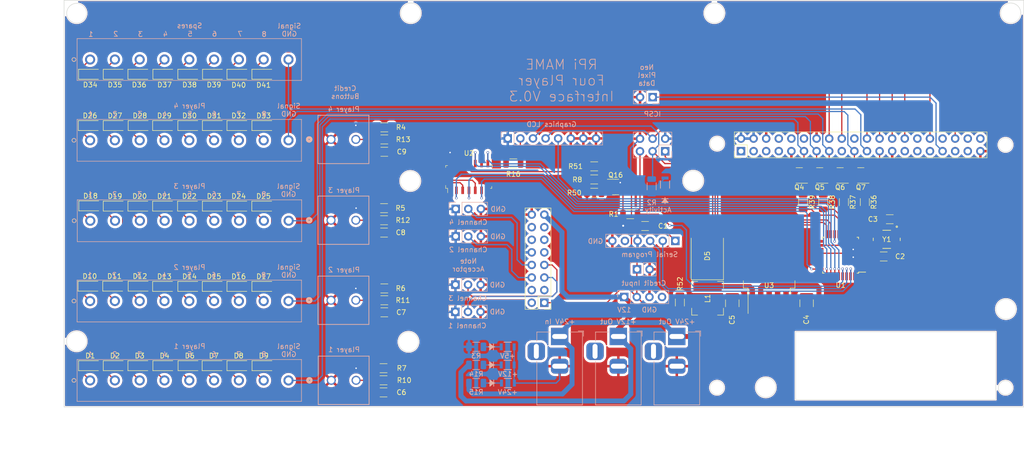
<source format=kicad_pcb>
(kicad_pcb (version 20221018) (generator pcbnew)
  (layers (0 "F.Cu" signal) (31 "B.Cu" signal) (34 "B.Paste" user) (35 "F.Paste" user) (36 "B.SilkS" user "B.Silkscreen") (37 "F.SilkS" user "F.Silkscreen") (38 "B.Mask" user) (39 "F.Mask" user) (44 "Edge.Cuts" user))
  (net 0 "")
  (net 1 "+5V")
  (net 2 "GND")
  (net 3 "RESET")
  (net 4 "Net-(U1-XTAL1{slash}PB6)")
  (net 5 "Net-(U1-XTAL2{slash}PB7)")
  (net 6 "Column 1")
  (net 7 "Column 6")
  (net 8 "Column 5")
  (net 9 "Column 4")
  (net 10 "Row 4")
  (net 11 "Row 3")
  (net 12 "Column 3")
  (net 13 "Row 5")
  (net 14 "Row 2")
  (net 15 "Row 1")
  (net 16 "Column 7")
  (net 17 "Column 8")
  (net 18 "DTR")
  (net 19 "Net-(D5-K)")
  (net 20 "Column 2")
  (net 24 "+24V")
  (net 25 "+12V")
  (net 28 "RX")
  (net 29 "TX")
  (net 34 "Inhibit 1")
  (net 35 "Inhibit 2")
  (net 36 "Inhibit 3")
  (net 37 "Inhibit 4")
  (net 38 "BUSY")
  (net 40 "P1CRDOUT")
  (net 41 "MECH (5V) NOT")
  (net 43 "MECH (12V)")
  (net 50 "MISO")
  (net 51 "SCK")
  (net 52 "MOSI")
  (net 54 "CHIP SELECT")
  (net 55 "Net-(LED1-Pad1)")
  (net 56 "Net-(LED2-Pad1)")
  (net 57 "Net-(LED3-Pad1)")
  (net 58 "Net-(LED4-Pad1)")
  (net 59 "P1CRDBUTT(NOT)")
  (net 60 "P2CRDBUTT(NOT)")
  (net 61 "P3CRDBUTT(NOT)")
  (net 62 "P4CRDBUTT(NOT)")
  (net 71 "Net-(J13-Pin_2)")
  (net 72 "P1CRDBUTT")
  (net 73 "P2CRDBUTT")
  (net 74 "Net-(J14-Pin_2)")
  (net 75 "P3CRDBUTT")
  (net 76 "Net-(J15-Pin_2)")
  (net 77 "P4CRDBUTT")
  (net 78 "Net-(J16-Pin_2)")
  (net 79 "Net-(J19-Pin_2)")
  (net 80 "MECH (5V)")
  (net 81 "NEODATA")
  (net 82 "Net-(Q4-B)")
  (net 83 "Net-(Q5-B)")
  (net 84 "Net-(Q6-B)")
  (net 85 "Net-(Q7-B)")
  (net 86 "Net-(Q16-B)")
  (net 91 "P2CRDOUT")
  (net 92 "P3CRDOUT")
  (net 93 "P4CRDOUT")
  (net 94 "Column 9")
  (net 101 "Net-(D1-K)")
  (net 102 "Net-(D2-K)")
  (net 103 "Net-(D3-K)")
  (net 104 "Net-(D4-K)")
  (net 105 "Net-(D6-K)")
  (net 106 "Net-(D7-K)")
  (net 107 "Net-(D8-K)")
  (net 108 "Net-(D9-K)")
  (net 109 "Net-(D10-K)")
  (net 110 "Net-(D11-K)")
  (net 111 "Net-(D12-K)")
  (net 112 "Net-(D13-K)")
  (net 113 "Net-(D14-K)")
  (net 114 "Net-(D15-K)")
  (net 115 "Net-(D16-K)")
  (net 116 "Net-(D17-K)")
  (net 117 "Net-(D18-K)")
  (net 118 "Net-(D19-K)")
  (net 119 "Net-(D20-K)")
  (net 120 "Net-(D21-K)")
  (net 121 "Net-(D22-K)")
  (net 122 "Net-(D23-K)")
  (net 123 "Net-(D24-K)")
  (net 124 "Net-(D25-K)")
  (net 125 "Net-(D26-K)")
  (net 126 "Net-(D27-K)")
  (net 127 "Net-(D28-K)")
  (net 128 "Net-(D29-K)")
  (net 129 "Net-(D30-K)")
  (net 130 "Net-(D31-K)")
  (net 131 "Net-(D32-K)")
  (net 132 "Net-(D33-K)")
  (net 133 "Net-(D34-K)")
  (net 134 "Net-(D35-K)")
  (net 135 "Net-(D36-K)")
  (net 136 "Net-(D37-K)")
  (net 137 "Net-(D38-K)")
  (net 138 "Net-(D39-K)")
  (net 139 "Net-(D40-K)")
  (net 140 "Net-(D41-K)")
  (footprint "Diode_SMD:D_SOD-123" (layer "F.Cu") (at 126.1364 64.9224)
    (fp_text reference "D41")
    (fp_text value "1N4448W")
  )
  (footprint "Diode_SMD:D_SOD-123" (layer "F.Cu") (at 96.1644 75.2856)
    (fp_text reference "D27")
    (fp_text value "1N4448W")
  )
  (footprint "Diode_SMD:D_SOD-123" (layer "F.Cu") (at 106.172 64.9224)
    (fp_text reference "D37")
    (fp_text value "1N4448W")
  )
  (footprint "Package_TO_SOT_SMD:SOT-23" (layer "F.Cu") (at 242.3668 85.344 180)
    (fp_text reference "Q6")
    (fp_text value "BC847")
  )
  (footprint "Diode_SMD:D_SOD-123" (layer "F.Cu") (at 101.1936 75.2856)
    (fp_text reference "D28")
    (fp_text value "1N4448W")
  )
  (footprint "Resistor_SMD:R_1206_3216Metric" (layer "F.Cu") (at 176.4792 82.9056)
    (fp_text reference "R16")
    (fp_text value "220R")
  )
  (footprint "Resistor_SMD:R_1206_3216Metric" (layer "F.Cu") (at 200.0504 93.1672 180)
    (fp_text reference "R1")
    (fp_text value "10k")
  )
  (footprint "Package_QFP:TQFP-32_7x7mm_P0.8mm" (layer "F.Cu") (at 242.4684 101.4476 180)
    (fp_text reference "U1")
    (fp_text value "ATmega328P-A")
  )
  (footprint "Resistor_SMD:R_1206_3216Metric" (layer "F.Cu") (at 150.4188 91.948 180)
    (fp_text reference "R5")
    (fp_text value "10k")
  )
  (footprint "Diode_SMD:D_SOD-123" (layer "F.Cu") (at 91.186 64.9224)
    (fp_text reference "D34")
    (fp_text value "1N4448W")
  )
  (footprint "Diode_SMD:D_SOD-123" (layer "F.Cu") (at 96.0628 107.696)
    (fp_text reference "D11")
    (fp_text value "1N4448W")
  )
  (footprint "Diode_SMD:D_SOD-123" (layer "F.Cu") (at 111.2012 64.9224)
    (fp_text reference "D38")
    (fp_text value "1N4448W")
  )
  (footprint "Diode_SMD:D_SOD-123" (layer "F.Cu") (at 91.0844 107.696)
    (fp_text reference "D10")
    (fp_text value "1N4448W")
  )
  (footprint "digikey-footprints:SOIC-14_W3.9mm" (layer "F.Cu") (at 167.5384 85.6488)
    (fp_text reference "U2")
    (fp_text value "SN74HC04N")
  )
  (footprint "Package_TO_SOT_SMD:SOT-23" (layer "F.Cu") (at 234.1372 85.344 180)
    (fp_text reference "Q4")
    (fp_text value "BC847")
  )
  (footprint "Diode_SMD:D_SOD-123" (layer "F.Cu") (at 101.1428 123.7488)
    (fp_text reference "D3")
    (fp_text value "1N4448W")
  )
  (footprint "Diode_SMD:D_SOD-123" (layer "F.Cu") (at 116.1552 75.2856)
    (fp_text reference "D31")
    (fp_text value "1N4448W")
  )
  (footprint "Diode_SMD:D_SOD-123" (layer "F.Cu") (at 116.1288 107.7468)
    (fp_text reference "D15")
    (fp_text value "1N4448W")
  )
  (footprint "Resistor_SMD:R_1206_3216Metric" (layer "F.Cu") (at 150.4696 75.6412 180)
    (fp_text reference "R4")
    (fp_text value "10k")
  )
  (footprint "Diode_SMD:D_SOD-123" (layer "F.Cu") (at 126.1628 123.7488)
    (fp_text reference "D9")
    (fp_text value "1N4448W")
  )
  (footprint "Diode_SMD:D_SOD-123" (layer "F.Cu") (at 116.1552 91.5416)
    (fp_text reference "D23")
    (fp_text value "1N4448W")
  )
  (footprint "Resistor_SMD:R_1206_3216Metric" (layer "F.Cu") (at 192.786 83.5152 180)
    (fp_text reference "R51")
    (fp_text value "9k1")
  )
  (footprint "Diode_SMD:D_SOD-123" (layer "F.Cu") (at 121.1072 64.9224)
    (fp_text reference "D40")
    (fp_text value "1N4448W")
  )
  (footprint "Capacitor_SMD:C_1206_3216Metric" (layer "F.Cu") (at 150.4696 80.5688 180)
    (fp_text reference "C9")
    (fp_text value "300nF")
  )
  (footprint "Diode_SMD:D_SOD-123" (layer "F.Cu") (at 121.1072 107.7468)
    (fp_text reference "D16")
    (fp_text value "1N4448W")
  )
  (footprint "Diode_SMD:D_SOD-123" (layer "F.Cu") (at 96.1644 64.9224)
    (fp_text reference "D35")
    (fp_text value "1N4448W")
  )
  (footprint "Diode_SMD:D_SOD-123" (layer "F.Cu") (at 101.1428 91.5416)
    (fp_text reference "D20")
    (fp_text value "1N4448W")
  )
  (footprint "Resistor_SMD:R_1206_3216Metric" (layer "F.Cu") (at 150.4696 78.0796)
    (fp_text reference "R13")
    (fp_text value "10k")
  )
  (footprint "Package_TO_SOT_SMD:SOT-23" (layer "F.Cu") (at 238.252 85.344 180)
    (fp_text reference "Q5")
    (fp_text value "BC847")
  )
  (footprint "Capacitor_SMD:C_1206_3216Metric" (layer "F.Cu") (at 203.0476 95.5548)
    (fp_text reference "C1")
    (fp_text value "100nF")
  )
  (footprint "Diode_SMD:D_SOD-123" (layer "F.Cu") (at 116.1796 64.9224)
    (fp_text reference "D39")
    (fp_text value "1N4448W")
  )
  (footprint "Resistor_SMD:R_1206_3216Metric" (layer "F.Cu") (at 192.786 86.1568 180)
    (fp_text reference "R8")
    (fp_text value "10k")
  )
  (footprint "Diode_SMD:D_SOD-123" (layer "F.Cu") (at 111.252 123.7488)
    (fp_text reference "D6")
    (fp_text value "1N4448W")
  )
  (footprint "Diode_SMD:D_SOD-123" (layer "F.Cu") (at 126.1364 107.7468)
    (fp_text reference "D17")
    (fp_text value "1N4448W")
  )
  (footprint "Resistor_SMD:R_1206_3216Metric" (layer "F.Cu") (at 150.4188 94.3864)
    (fp_text reference "R12")
    (fp_text value "10k")
  )
  (footprint "Diode_SMD:D_SOD-123" (layer "F.Cu") (at 101.1936 107.696)
    (fp_text reference "D12")
    (fp_text value "1N4448W")
  )
  (footprint "Connector_PinHeader_2.54mm:PinHeader_2x08_P2.54mm_Vertical" (layer "F.Cu") (at 182.7326 111.0338 180)
    (fp_text reference "J9" hide)
    (fp_text value "Note Acceptor")
  )
  (footprint "Diode_SMD:D_SOD-123" (layer "F.Cu") (at 106.1212 107.7468)
    (fp_text reference "D13")
    (fp_text value "1N4448W")
  )
  (footprint "Diode_SMD:D_SMC" (layer "F.Cu") (at 215.5952 101.6 90)
    (fp_text reference "D5")
    (fp_text value "B340")
  )
  (footprint "Diode_SMD:D_SOD-123" (layer "F.Cu") (at 106.172 123.7488)
    (fp_text reference "D4")
    (fp_text value "1N4448W")
  )
  (footprint "Diode_SMD:D_SOD-123" (layer "F.Cu") (at 121.1072 75.2856)
    (fp_text reference "D32")
    (fp_text value "1N4448W")
  )
  (footprint "Resistor_SMD:R_1206_3216Metric" (layer "F.Cu") (at 150.4696 108.1532 180)
    (fp_text reference "R6")
    (fp_text value "10k")
  )
  (footprint "Diode_SMD:D_SOD-123" (layer "F.Cu") (at 91.2368 91.4908)
    (fp_text reference "D18")
    (fp_text value "1N4448W")
  )
  (footprint "Package_TO_SOT_SMD:SOT-23" (layer "F.Cu") (at 197.104 87.6808)
    (fp_text reference "Q16")
    (fp_text value "BC847")
  )
  (footprint "Diode_SMD:D_SOD-123" (layer "F.Cu") (at 121.1072 123.7488)
    (fp_text reference "D8")
    (fp_text value "1N4448W")
  )
  (footprint "Resistor_SMD:R_1206_3216Metric" (layer "F.Cu") (at 192.786 88.8492)
    (fp_text reference "R50")
    (fp_text value "10k")
  )
  (footprint "Capacitor_SMD:C_1206_3216Metric" (layer "F.Cu") (at 150.4696 112.9792 180)
    (fp_text reference "C7")
    (fp_text value "300nF")
  )
  (footprint "Diode_SMD:D_SOD-123" (layer "F.Cu") (at 116.1044 123.7488)
    (fp_text reference "D7")
    (fp_text value "1N4448W")
  )
  (footprint "Diode_SMD:D_SOD-123" (layer "F.Cu") (at 106.1212 91.5416)
    (fp_text reference "D21")
    (fp_text value "1N4448W")
  )
  (footprint "Diode_SMD:D_SOD-123" (layer "F.Cu") (at 126.112 91.5416)
    (fp_text reference "D25")
    (fp_text value "1N4448W")
  )
  (footprint "Diode_SMD:D_SOD-123" (layer "F.Cu") (at 91.1352 75.2856)
    (fp_text reference "D26")
    (fp_text value "1N4448W")
  )
  (footprint "Resistor_SMD:R_1206_3216Metric" (layer "F.Cu") (at 247.3452 90.7288 -90)
    (fp_text reference "R36")
    (fp_text value "10k")
  )
  (footprint "Diode_SMD:D_SOD-123" (layer "F.Cu") (at 106.1212 75.2856)
    (fp_text reference "D29")
    (fp_text value "1N4448W")
  )
  (footprint "Resistor_SMD:R_1206_3216Metric" (layer "F.Cu") (at 150.4696 110.5408)
    (fp_text reference "R11")
    (fp_text value "10k")
  )
  (footprint "Package_TO_SOT_SMD:TO-263-5_TabPin3" (layer "F.Cu") (at 228.0602 105.1408 90)
    (fp_text reference "U3")
    (fp_text value "LM2595S-12")
  )
  (footprint "Diode_SMD:D_SOD-123" (layer "F.Cu") (at 91.186 123.7488)
    (fp_text reference "D1")
    (fp_text value "1N4448W")
  )
  (footprint "Diode_SMD:D_SOD-123" (layer "F.Cu") (at 126.1364 75.2856)
    (fp_text reference "D33")
    (fp_text value "1N4448W")
  )
  (footprint "Diode_SMD:D_SOD-123" (layer "F.Cu") (at 101.1428 64.9224)
    (fp_text reference "D36")
    (fp_text value "1N4448W")
  )
  (footprint "Diode_SMD:D_SOD-123" (layer "F.Cu") (at 121.1072 91.5416)
    (fp_text reference "D24")
    (fp_text value "1N4448W")
  )
  (footprint "Resistor_SMD:R_1206_3216Metric" (layer "F.Cu") (at 150.3172 124.2568 180)
    (fp_text reference "R7")
    (fp_text value "10k")
  )
  (footprint "Resistor_SMD:R_1206_3216Metric" (layer "F.Cu") (at 210.058 110.998 90)
    (fp_text reference "R52")
    (fp_text value "10k")
  )
  (footprint "Capacitor_SMD:C_1206_3216Metric" (layer "F.Cu") (at 251.1552 101.7016)
    (fp_text reference "C2")
    (fp_text value "22pF")
  )
  (footprint "Resistor_SMD:R_1206_3216Metric" (layer "F.Cu") (at 150.3172 126.6952)
    (fp_text reference "R10")
    (fp_text value "10k")
  )
  (footprint "Connector_PinHeader_2.54mm:PinHeader_2x20_P2.54mm_Vertical" (layer "F.Cu") (at 222.382 80.4468 90)
    (fp_text reference "J1" hide)
    (fp_text value "Raspberry_Pi_2_3")
  )
  (footprint "Capacitor_SMD:C_1210_3225Metric" (layer "F.Cu") (at 235.6104 111.1504 90)
    (fp_text reference "C4")
    (fp_text value "220UF")
  )
  (footprint "Resistor_SMD:R_1206_3216Metric" (layer "F.Cu") (at 243.1288 90.7288 -90)
    (fp_text reference "R37")
    (fp_text value "10k")
  )
  (footprint "Diode_SMD:D_SOD-123" (layer "F.Cu") (at 96.1644 91.5416)
    (fp_text reference "D19")
    (fp_text value "1N4448W")
  )
  (footprint "Inductor_SMD:L_Bourns-SRN6028" (layer "F.Cu") (at 215.646 110.1344 -90)
    (fp_text reference "L1")
    (fp_text value "68UH")
  )
  (footprint "ABM3B-16-000MHZ:CRYSTAL_ABM3B_ABR" (layer "F.Cu") (at 251.7648 98.2472 -90)
    (fp_text reference "Y1")
    (fp_text value "16MHz Crystal")
  )
  (footprint "Diode_SMD:D_SOD-123" (layer "F.Cu") (at 111.2012 107.7468)
    (fp_text reference "D14")
    (fp_text value "1N4448W")
  )
  (footprint "Diode_SMD:D_SOD-123" (layer "F.Cu") (at 111.2012 75.2856)
    (fp_text reference "D30")
    (fp_text value "1N4448W")
  )
  (footprint "Capacitor_SMD:C_1206_3216Metric" (layer "F.Cu") (at 252.3744 94.1832 180)
    (fp_text reference "C3")
    (fp_text value "22pF")
  )
  (footprint "Capacitor_SMD:C_1206_3216Metric" (layer "F.Cu") (at 150.4188 96.8756 180)
    (fp_text reference "C8")
    (fp_text value "300nF")
  )
  (footprint "Resistor_SMD:R_1206_3216Metric" (layer "F.Cu") (at 238.9632 90.7288 -90)
    (fp_text reference "R38")
    (fp_text value "10k")
  )
  (footprint "Diode_SMD:D_SOD-123" (layer "F.Cu") (at 111.1504 91.5416)
    (fp_text reference "D22")
    (fp_text value "1N4448W")
  )
  (footprint "Capacitor_SMD:C_1210_3225Metric" (layer "F.Cu") (at 220.6244 111.1504 90)
    (fp_text reference "C5")
    (fp_text value "100UF")
  )
  (footprint "Capacitor_SMD:C_1206_3216Metric" (layer "F.Cu") (at 150.3172 129.1336 180)
    (fp_text reference "C6")
    (fp_text value "300nF")
  )
  (footprint "Resistor_SMD:R_1206_3216Metric" (layer "F.Cu") (at 234.8992 90.7288 -90)
    (fp_text reference "R39")
    (fp_text value "10k")
  )
  (footprint "Package_TO_SOT_SMD:SOT-23" (layer "F.Cu") (at 246.5324 85.344 180)
    (fp_text reference "Q7")
    (fp_text value "BC847")
  )
  (footprint "Diode_SMD:D_SOD-123" (layer "F.Cu") (at 96.1644 123.7488)
    (fp_text reference "D2")
    (fp_text value "1N4448W")
  )
  (footprint "598-8270-107F:LED_8270-107F_DIA" (layer "B.Cu") (at 207.0608 87.1728 90)
    (fp_text reference "LED1" hide)
    (fp_text value "598-8270-107F")
  )
  (footprint "Connector_PinHeader_2.54mm:PinHeader_1x03_P2.54mm_Vertical" (layer "B.Cu") (at 164.7952 112.8776 -90)
    (fp_text reference "J23" hide)
    (fp_text value "Channel 1")
  )
  (footprint "Connector_BarrelJack:BarrelJack_Horizontal" (layer "B.Cu") (at 185.8187 117.8504 90)
    (fp_text reference "J11" hide)
    (fp_text value "+24V IN" hide)
  )
  (footprint "Resistor_SMD:R_1206_3216Metric" (layer "B.Cu") (at 168.99255 119.9388)
    (fp_text reference "R3")
    (fp_text value "160")
  )
  (footprint "Connector_PinHeader_2.54mm:PinHeader_2x03_P2.54mm_Vertical" (layer "B.Cu") (at 207.0966 80.4722 90)
    (fp_text reference "J17" hide)
    (fp_text value "ICSP")
  )
  (footprint "Connector_PinHeader_2.54mm:PinHeader_1x02_P2.54mm_Vertical" (layer "B.Cu") (at 201.417 104.2924 -90)
    (fp_text reference "J24" hide)
    (fp_text value "CCard Input")
  )
  (footprint "Connector_PinHeader_2.54mm:PinHeader_1x06_P2.54mm_Vertical" (layer "B.Cu") (at 209.1436 98.552 90)
    (fp_text reference "J18" hide)
    (fp_text value "Serial Program")
  )
  (footprint "9Way Terminal:282836-9" (layer "B.Cu") (at 91.150399 61.9508)
    (fp_text reference "J4" hide)
    (fp_text value "Spares" hide)
  )
  (footprint "Resistor_SMD:R_1206_3216Metric" (layer "B.Cu") (at 168.99255 127.254)
    (fp_text reference "R15")
    (fp_text value "1k2")
  )
  (footprint "Connector_PinHeader_2.54mm:PinHeader_1x02_P2.54mm_Vertical" (layer "B.Cu") (at 204.5716 69.5452 90)
    (fp_text reference "J8" hide)
    (fp_text value "Neo Pixel Data")
  )
  (footprint "Connector_PinHeader_2.54mm:PinHeader_1x03_P2.54mm_Vertical" (layer "B.Cu") (at 164.8102 107.3912 -90)
    (fp_text reference "J21" hide)
    (fp_text value "Channel 3")
  )
  (footprint "Connector_PinHeader_2.54mm:PinHeader_1x03_P2.54mm_Vertical" (layer "B.Cu") (at 164.861 97.6376 -90)
    (fp_text reference "J22" hide)
    (fp_text value "Channel 2")
  )
  (footprint "2 Way Terminal Block:CONN_1890963_PXC" (layer "B.Cu") (at 139.7273 78.079599)
    (fp_text reference "J16" hide)
    (fp_text value "Player 4")
  )
  (footprint "Resistor_SMD:R_1206_3216Metric" (layer "B.Cu") (at 204.3684 87.5497 -90)
    (fp_text reference "R2")
    (fp_text value "330")
  )
  (footprint "Connector_PinHeader_2.54mm:PinHeader_1x08_P2.54mm_Vertical" (layer "B.Cu") (at 175.3616 77.8764 -90)
    (fp_text reference "J19" hide)
    (fp_text value "Graphics LCD")
  )
  (footprint "9Way Terminal:282836-9" (layer "B.Cu") (at 91.150399 78.2572)
    (fp_text reference "J6" hide)
    (fp_text value "Player 4" hide)
  )
  (footprint "Connector_BarrelJack:BarrelJack_Horizontal" (layer "B.Cu") (at 197.6551 117.8504 90)
    (fp_text reference "J12" hide)
    (fp_text value "+12V OUT" hide)
  )
  (footprint "9Way Terminal:282836-9" (layer "B.Cu") (at 91.186 94.488)
    (fp_text reference "J5" hide)
    (fp_text value "Player 3" hide)
  )
  (footprint "2 Way Terminal Block:CONN_1890963_PXC" (layer "B.Cu") (at 139.7273 94.386399)
    (fp_text reference "J15" hide)
    (fp_text value "Player 3")
  )
  (footprint "9Way Terminal:282836-9" (layer "B.Cu") (at 91.150399 126.7204)
    (fp_text reference "J2" hide)
    (fp_text value "Player 1" hide)
  )
  (footprint "Resistor_SMD:R_1206_3216Metric" (layer "B.Cu") (at 168.99255 123.5964)
    (fp_text reference "R14")
    (fp_text value "510")
  )
  (footprint "598-8270-107F:LED_8270-107F_DIA" (layer "B.Cu") (at 175.39335 127.254)
    (fp_text reference "LED4" hide)
    (fp_text value "598-8270-107F")
  )
  (footprint "598-8270-107F:LED_8270-107F_DIA" (layer "B.Cu") (at 175.34255 119.9388)
    (fp_text reference "LED2" hide)
    (fp_text value "598-8270-107F")
  )
  (footprint "9Way Terminal:282836-9" (layer "B.Cu") (at 91.150399 110.6932)
    (fp_text reference "J3" hide)
    (fp_text value "Player 2" hide)
  )
  (footprint "2 Way Terminal Block:CONN_1890963_PXC" (layer "B.Cu") (at 139.7273 110.540799)
    (fp_text reference "J14" hide)
    (fp_text value "Player 2")
  )
  (footprint "598-8270-107F:LED_8270-107F_DIA" (layer "B.Cu") (at 175.34255 123.5964)
    (fp_text reference "LED3" hide)
    (fp_text value "598-8270-107F")
  )
  (footprint "2 Way Terminal Block:CONN_1890963_PXC" (layer "B.Cu") (at 139.7781 126.695199)
    (fp_text reference "J13" hide)
    (fp_text value "Player 1")
  )
  (footprint "Connector_BarrelJack:BarrelJack_Horizontal" (layer "B.Cu") (at 209.4407 117.8504 90)
    (fp_text reference "J7" hide)
    (fp_text value "+24V OUT" hide)
  )
  (footprint "Connector_PinHeader_2.54mm:PinHeader_1x03_P2.54mm_Vertical" (layer "B.Cu") (at 164.861 92.1004 -90)
    (fp_text reference "J20" hide)
    (fp_text value "Channel 4")
  )
  (footprint "Connector_PinHeader_2.54mm:PinHeader_1x04_P2.54mm_Vertical" (layer "B.Cu") (at 198.8412 109.8804 -90)
    (fp_text reference "J10" hide)
    (fp_text value "Coin/Note Input" hide)
  )
  (gr_circle (center 88.4428 52.608068) (end 87.2744 50.982468) (stroke (width 0.1)) (fill none) (layer "Edge.Cuts"))
  (gr_circle (center 276.7584 52.578) (end 278.7904 52.578) (stroke (width 0.1)) (fill none) (layer "Edge.Cuts"))
  (gr_circle (center 155.3464 118.9228) (end 157.3784 118.9228) (stroke (width 0.1)) (fill none) (layer "Edge.Cuts"))
  (gr_circle (center 212.7504 86.4108) (end 214.7824 86.4108) (stroke (width 0.1)) (fill none) (layer "Edge.Cuts"))
  (gr_circle (center 227.3808 128.1176) (end 229.4128 128.1176) (stroke (width 0.1)) (fill none) (layer "Edge.Cuts"))
  (gr_rect (start 233.3752 116.8908) (end 273.7612 130.6068) (stroke (width 0.1)) (fill none) (layer "Edge.Cuts"))
  (gr_circle (center 275.7932 112.3188) (end 277.8252 112.3188) (stroke (width 0.1)) (fill none) (layer "Edge.Cuts"))
  (gr_circle (center 217.551 128.1938) (end 218.567 129.2098) (stroke (width 0.1)) (fill none) (layer "Edge.Cuts"))
  (gr_circle (center 155.702 86.4616) (end 157.734 86.4616) (stroke (width 0.1)) (fill none) (layer "Edge.Cuts"))
  (gr_circle (center 155.8036 52.578) (end 157.8356 52.578) (stroke (width 0.1)) (fill none) (layer "Edge.Cuts"))
  (gr_circle (center 217.0176 52.578) (end 219.0496 52.578) (stroke (width 0.1)) (fill none) (layer "Edge.Cuts"))
  (gr_circle (center 88.4428 118.8212) (end 90.4748 118.8212) (stroke (width 0.1)) (fill none) (layer "Edge.Cuts"))
  (gr_circle (center 275.717 128.1938) (end 276.733 129.2098) (stroke (width 0.1)) (fill none) (layer "Edge.Cuts"))
  (gr_circle (center 275.717 79.1718) (end 276.733 80.1878) (stroke (width 0.1)) (fill none) (layer "Edge.Cuts"))
  (gr_circle (center 217.5764 78.92876) (end 218.5924 79.94476) (stroke (width 0.1)) (fill none) (layer "Edge.Cuts"))
  (gr_rect (start 85.9028 49.9872) (end 279.4 132.08) (stroke (width 0.1)) (fill none) (layer "Edge.Cuts"))
  (gr_text "ICSP" (at 204.5208 72.9488) (layer "B.SilkS") (effects (font (size 1 1)) (justify mirror)))
  (gr_text "8" (at 126.1364 105.4608) (layer "B.SilkS") (effects (font (size 1 1)) (justify mirror)))
  (gr_text "2" (at 96.1136 121.4628) (layer "B.SilkS") (effects (font (size 1 1)) (justify mirror)))
  (gr_text "5" (at 111.252 72.9488) (layer "B.SilkS") (effects (font (size 1 1)) (justify mirror)))
  (gr_text "8" (at 126.1872 89.154) (layer "B.SilkS") (effects (font (size 1 1)) (justify mirror)))
  (gr_text "+12V Out" (at 197.6628 114.8588) (layer "B.SilkS") (effects (font (size 1 1)) (justify mirror)))
  (gr_text "Channel 3" (at 167.2844 110.1344) (layer "B.SilkS") (effects (font (size 1 1)) (justify mirror)))
  (gr_text "7" (at 121.158 121.4628) (layer "B.SilkS") (effects (font (size 1 1)) (justify mirror)))
  (gr_text "4" (at 106.1212 121.5136) (layer "B.SilkS") (effects (font (size 1 1)) (justify mirror)))
  (gr_text "4" (at 106.1212 89.2048) (layer "B.SilkS") (effects (font (size 1 1)) (justify mirror)))
  (gr_text "Channel 2" (at 167.386 100.33) (layer "B.SilkS") (effects (font (size 1 1)) (justify mirror)))
  (gr_text "Player 2" (at 111.2012 103.886) (layer "B.SilkS") (effects (font (size 1 1)) (justify mirror)))
  (gr_text "3" (at 101.092 105.4608) (layer "B.SilkS") (effects (font (size 1 1)) (justify mirror)))
  (gr_text "4" (at 106.0704 105.5116) (layer "B.SilkS") (effects (font (size 1 1)) (justify mirror)))
  (gr_text "Signal\nGND" (at 131.2164 72.136) (layer "B.SilkS") (effects (font (size 1 1)) (justify mirror)))
  (gr_text "7" (at 121.1072 105.4608) (layer "B.SilkS") (effects (font (size 1 1)) (justify mirror)))
  (gr_text "Credit Input" (at 202.7936 107.0864) (layer "B.SilkS") (effects (font (size 1 1)) (justify mirror)))
  (gr_text "Player 3" (at 142.3416 88.341197) (layer "B.SilkS") (effects (font (size 1 1)) (justify mirror)))
  (gr_text "Serial Program" (at 203.962 101.2952) (layer "B.SilkS") (effects (font (size 1 1)) (justify mirror)))
  (gr_text "GND" (at 173.2788 112.8776) (layer "B.SilkS") (effects (font (size 1 1)) (justify mirror)))
  (gr_text "+24V" (at 175.3616 129.0828) (layer "B.SilkS") (effects (font (size 1 1)) (justify mirror)))
  (gr_text "Channel 4" (at 167.386 94.7928) (layer "B.SilkS") (effects (font (size 1 1)) (justify mirror)))
  (gr_text "+24V In" (at 185.8772 114.8588) (layer "B.SilkS") (effects (font (size 1 1)) (justify mirror)))
  (gr_text "1" (at 91.1352 121.4628) (layer "B.SilkS") (effects (font (size 1 1)) (justify mirror)))
  (gr_text "GND" (at 194.6656 99.2124) (layer "B.SilkS") (effects (font (size 1 1)) (justify left bottom mirror)))
  (gr_text "6" (at 116.078 105.4608) (layer "B.SilkS") (effects (font (size 1 1)) (justify mirror)))
  (gr_text "5" (at 111.2012 121.4628) (layer "B.SilkS") (effects (font (size 1 1)) (justify mirror)))
  (gr_text "GND" (at 173.3804 97.6884) (layer "B.SilkS") (effects (font (size 1 1)) (justify mirror)))
  (gr_text "GND" (at 173.4312 92.1512) (layer "B.SilkS") (effects (font (size 1 1)) (justify mirror)))
  (gr_text "1" (at 91.2876 56.8452) (layer "B.SilkS") (effects (font (size 1 1)) (justify mirror)))
  (gr_text "Signal\nGND" (at 131.2164 104.648) (layer "B.SilkS") (effects (font (size 1 1)) (justify mirror)))
  (gr_text "Graphics LCD" (at 184.1858 75.0316) (layer "B.SilkS") (effects (font (size 1 1)) (justify mirror)))
  (gr_text "Credit\nButtons" (at 142.5956 68.58) (layer "B.SilkS") (effects (font (size 1 1)) (justify mirror)))
  (gr_text "7" (at 121.2088 72.9488) (layer "B.SilkS") (effects (font (size 1 1)) (justify mirror)))
  (gr_text "GND" (at 203.9112 112.4712) (layer "B.SilkS") (effects (font (size 1 1)) (justify mirror)))
  (gr_text "Player 4" (at 142.2908 71.983597) (layer "B.SilkS") (effects (font (size 1 1)) (justify mirror)))
  (gr_text "Note\nAcceptor" (at 167.4368 103.4288) (layer "B.SilkS") (effects (font (size 1 1)) (justify mirror)))
  (gr_text "+24V Out" (at 209.4992 114.8588) (layer "B.SilkS") (effects (font (size 1 1)) (justify mirror)))
  (gr_text "3" (at 101.1428 89.154) (layer "B.SilkS") (effects (font (size 1 1)) (justify mirror)))
  (gr_text "6" (at 116.1288 89.154) (layer "B.SilkS") (effects (font (size 1 1)) (justify mirror)))
  (gr_text "3" (at 101.2952 56.8452) (layer "B.SilkS") (effects (font (size 1 1)) (justify mirror)))
  (gr_text "6" (at 116.1288 121.4628) (layer "B.SilkS") (effects (font (size 1 1)) (justify mirror)))
  (gr_text "+12V" (at 175.4124 125.4252) (layer "B.SilkS") (effects (font (size 1 1)) (justify mirror)))
  (gr_text "5" (at 111.1504 105.4608) (layer "B.SilkS") (effects (font (size 1 1)) (justify mirror)))
  (gr_text "7" (at 121.412 56.7944) (layer "B.SilkS") (effects (font (size 1 1)) (justify mirror)))
  (gr_text "5" (at 111.3028 56.7944) (layer "B.SilkS") (effects (font (size 1 1)) (justify mirror)))
  (gr_text "RPi MAME\nFour Player\nInterface V0.3" (at 186.182 66.1924) (layer "B.SilkS") (effects (font (size 2 2)) (justify mirror)))
  (gr_text "+5V" (at 175.3616 121.7676) (layer "B.SilkS") (effects (font (size 1 1)) (justify mirror)))
  (gr_text "Activity" (at 205.6892 92.3036) (layer "B.SilkS") (effects (font (size 1 1)) (justify mirror)))
  (gr_text "7" (at 121.158 89.154) (layer "B.SilkS") (effects (font (size 1 1)) (justify mirror)))
  (gr_text "2" (at 96.3168 56.7944) (layer "B.SilkS") (effects (font (size 1 1)) (justify mirror)))
  (gr_text "5" (at 111.2012 89.154) (layer "B.SilkS") (effects (font (size 1 1)) (justify mirror)))
  (gr_text "Player 3" (at 111.2012 87.5284) (layer "B.SilkS") (effects (font (size 1 1)) (justify mirror)))
  (gr_text "2" (at 96.1136 89.154) (layer "B.SilkS") (effects (font (size 1 1)) (justify mirror)))
  (gr_text "Signal\nGND" (at 131.1656 88.3412) (layer "B.SilkS") (effects (font (size 1 1)) (justify mirror)))
  (gr_text "6" (at 116.1796 72.9488) (layer "B.SilkS") (effects (font (size 1 1)) (justify mirror)))
  (gr_text "3" (at 101.1936 72.9488) (layer "B.SilkS") (effects (font (size 1 1)) (justify mirror)))
  (gr_text "6" (at 116.2304 56.7944) (layer "B.SilkS") (effects (font (size 1 1)) (justify mirror)))
  (gr_text "Spares" (at 111.2012 55.118) (layer "B.SilkS") (effects (font (size 1 1)) (justify mirror)))
  (gr_text "Signal\nGND" (at 131.318 55.9816) (layer "B.SilkS") (effects (font (size 1 1)) (justify mirror)))
  (gr_text "8" (at 126.238 56.8452) (layer "B.SilkS") (effects (font (size 1 1)) (justify mirror)))
  (gr_text "Signal\nGND" (at 131.2164 120.65) (layer "B.SilkS") (effects (font (size 1 1)) (justify mirror)))
  (gr_text "4" (at 106.172 72.9996) (layer "B.SilkS") (effects (font (size 1 1)) (justify mirror)))
  (gr_text "1" (at 91.1352 89.154) (layer "B.SilkS") (effects (font (size 1 1)) (justify mirror)))
  (gr_text "Channel 1" (at 167.1828 115.6716) (layer "B.SilkS") (effects (font (size 1 1)) (justify mirror)))
  (gr_text "Player 1" (at 111.2012 119.8372) (layer "B.SilkS") (effects (font (size 1 1)) (justify mirror)))
  (gr_text "Player 1" (at 142.3416 120.497597) (layer "B.SilkS") (effects (font (size 1 1)) (justify mirror)))
  (gr_text "Neo\nPixel\nData" (at 203.4032 65.1256) (layer "B.SilkS") (effects (font (size 1 1)) (justify mirror)))
  (gr_text "12V" (at 198.8312 112.4712) (layer "B.SilkS") (effects (font (size 1 1)) (justify mirror)))
  (gr_text "1" (at 91.0844 105.4608) (layer "B.SilkS") (effects (font (size 1 1)) (justify mirror)))
  (gr_text "Player 4" (at 111.2012 71.3232) (layer "B.SilkS") (effects (font (size 1 1)) (justify mirror)))
  (gr_text "8" (at 126.1872 121.4628) (layer "B.SilkS") (effects (font (size 1 1)) (justify mirror)))
  (gr_text "8" (at 126.238 72.9488) (layer "B.SilkS") (effects (font (size 1 1)) (justify mirror)))
  (gr_text "2" (at 96.1644 72.9488) (layer "B.SilkS") (effects (font (size 1 1)) (justify mirror)))
  (gr_text "4" (at 106.3244 56.8452) (layer "B.SilkS") (effects (font (size 1 1)) (justify mirror)))
  (gr_text "1" (at 91.186 72.9488) (layer "B.SilkS") (effects (font (size 1 1)) (justify mirror)))
  (gr_text "GND" (at 173.2788 107.442) (layer "B.SilkS") (effects (font (size 1 1)) (justify mirror)))
  (gr_text "2" (at 96.0628 105.4608) (layer "B.SilkS") (effects (font (size 1 1)) (justify mirror)))
  (gr_text "Player 2" (at 142.3416 104.393997) (layer "B.SilkS") (effects (font (size 1 1)) (justify mirror)))
  (gr_text "3" (at 101.1428 121.4628) (layer "B.SilkS") (effects (font (size 1 1)) (justify mirror)))
  (segment (start 144.7292 108.1532) (end 149.0071 108.1532) (width 0.25) (layer "F.Cu") (net 1))
  (segment (start 245.0148 101.8476) (end 245.0148 101.8224) (width 0.25) (layer "F.Cu") (net 1))
  (segment (start 244.1768 99.4476) (end 245.0084 100.2792) (width 0.25) (layer "F.Cu") (net 1))
  (segment (start 246.7184 101.8476) (end 245.0148 101.8476) (width 0.25) (layer "F.Cu") (net 1))
  (segment (start 148.8547 124.2568) (end 144.78 124.2568) (width 0.25) (layer "F.Cu") (net 1))
  (segment (start 163.7284 82.9488) (end 163.7284 80.7212) (width 0.25) (layer "F.Cu") (net 1))
  (segment (start 245.0148 101.8224) (end 244.24 101.0476) (width 0.25) (layer "F.Cu") (net 1))
  (segment (start 198.0415 87.6808) (end 198.0415 86.7941) (width 0.25) (layer "F.Cu") (net 1))
  (segment (start 175.3616 77.8764) (end 175.3616 82.5607) (width 0.25) (layer "F.Cu") (net 1))
  (segment (start 148.9563 91.948) (end 144.78 91.948) (width 0.25) (layer "F.Cu") (net 1))
  (segment (start 198.5879 93.1672) (end 198.5879 88.2272) (width 0.25) (layer "F.Cu") (net 1))
  (segment (start 244.24 101.0476) (end 245.0084 100.2792) (width 0.25) (layer "F.Cu") (net 1))
  (segment (start 149.0071 75.2348) (end 144.7292 75.2348) (width 0.25) (layer "F.Cu") (net 1))
  (segment (start 198.5879 88.2272) (end 198.0415 87.6808) (width 0.25) (layer "F.Cu") (net 1))
  (segment (start 238.2184 101.0476) (end 244.24 101.0476) (width 0.25) (layer "F.Cu") (net 1))
  (segment (start 246.7184 100.2476) (end 245.04 100.2476) (width 0.25) (layer "F.Cu") (net 1))
  (segment (start 198.5879 93.1672) (end 198.5879 95.4639) (width 0.25) (layer "F.Cu") (net 1))
  (segment (start 175.3616 82.5607) (end 175.0167 82.9056) (width 0.25) (layer "F.Cu") (net 1))
  (segment (start 245.04 100.2476) (end 245.0084 100.2792) (width 0.25) (layer "F.Cu") (net 1))
  (segment (start 198.5879 95.4639) (end 198.628 95.504) (width 0.25) (layer "F.Cu") (net 1))
  (segment (start 238.2184 99.4476) (end 244.1768 99.4476) (width 0.25) (layer "F.Cu") (net 1))
  (via (at 144.78 91.948) (size 0.5) (drill 0.3) (layers "F.Cu" "B.Cu") (net 1))
  (via (at 245.0148 101.8476) (size 0.5) (drill 0.3) (layers "F.Cu" "B.Cu") (net 1))
  (via (at 144.7292 108.1532) (size 0.5) (drill 0.3) (layers "F.Cu" "B.Cu") (net 1))
  (via (at 144.7292 75.2348) (size 0.5) (drill 0.3) (layers "F.Cu" "B.Cu") (net 1))
  (via (at 245.0084 100.2792) (size 0.5) (drill 0.3) (layers "F.Cu" "B.Cu") (net 1))
  (via (at 198.628 95.504) (size 0.8) (drill 0.4) (layers "F.Cu" "B.Cu") (net 1))
  (via (at 198.0415 86.7941) (size 0.5) (drill 0.3) (layers "F.Cu" "B.Cu") (net 1))
  (via (at 144.78 124.2568) (size 0.5) (drill 0.3) (layers "F.Cu" "B.Cu") (net 1))
  (via (at 163.7284 80.7212) (size 0.5) (drill 0.3) (layers "F.Cu" "B.Cu") (net 1))
  (segment (start 238.2184 101.8476) (end 228.142 101.8476) (width 0.25) (layer "F.Cu") (net 2))
  (segment (start 251.3552 102.9766) (end 248.0974 102.9766) (width 0.25) (layer "F.Cu") (net 2))
  (segment (start 248.2024 101.0476) (end 248.2088 101.0412) (width 0.25) (layer "F.Cu") (net 2))
  (segment (start 246.7184 101.0476) (end 248.2024 101.0476) (width 0.25) (layer "F.Cu") (net 2))
  (segment (start 228.142 101.8476) (end 228.0602 101.7658) (width 0.25) (layer "F.Cu") (net 2))
  (segment (start 252.6302 101.7016) (end 251.3552 102.9766) (width 0.25) (layer "F.Cu") (net 2))
  (segment (start 248.0974 102.9766) (end 247.7684 102.6476) (width 0.25) (layer "F.Cu") (net 2))
  (segment (start 247.7684 102.6476) (end 246.7184 102.6476) (width 0.25) (layer "F.Cu") (net 2))
  (segment (start 200.152 86.36) (end 200.152 79.7968) (width 0.25) (layer "B.Cu") (net 2))
  (segment (start 200.152 79.7968) (end 202.0166 77.9322) (width 0.25) (layer "B.Cu") (net 2))
  (segment (start 185.8264 123.8581) (end 185.8187 123.8504) (width 0.25) (layer "B.Cu") (net 2))
  (segment (start 201.2188 87.4268) (end 200.152 86.36) (width 0.25) (layer "B.Cu") (net 2))
  (segment (start 207.0608 85.87105) (end 205.50505 87.4268) (width 0.25) (layer "B.Cu") (net 2))
  (segment (start 176.6443 127.2032) (end 176.6951 127.254) (width 0.25) (layer "B.Cu") (net 2))
  (segment (start 205.50505 87.4268) (end 201.2188 87.4268) (width 0.25) (layer "B.Cu") (net 2))
  (segment (start 176.6443 119.9388) (end 176.6443 127.2032) (width 0.25) (layer "B.Cu") (net 2))
  (segment (start 185.1152 127.254) (end 185.8264 126.5428) (width 0.25) (layer "B.Cu") (net 2))
  (segment (start 176.6951 127.254) (end 185.1152 127.254) (width 0.25) (layer "B.Cu") (net 2))
  (segment (start 185.8264 126.5428) (end 185.8264 123.8581) (width 0.25) (layer "B.Cu") (net 2))
  (segment (start 201.4746 95.4532) (end 201.4746 92.6048) (width 0.25) (layer "F.Cu") (net 3))
  (segment (start 202.0166 80.4722) (end 202.0166 92.0628) (width 0.25) (layer "F.Cu") (net 3))
  (segment (start 242.8748 104.1908) (end 242.8748 105.6912) (width 0.25) (layer "F.Cu") (net 3))
  (segment (start 201.4746 92.6048) (end 202.0166 92.0628) (width 0.25) (layer "F.Cu") (net 3))
  (segment (start 208.026 95.4532) (end 205.74 93.1672) (width 0.25) (layer "F.Cu") (net 3))
  (segment (start 205.74 93.1672) (end 201.5129 93.1672) (width 0.25) (layer "F.Cu") (net 3))
  (segment (start 242.8748 105.6912) (end 242.8684 105.6976) (width 0.25) (layer "F.Cu") (net 3))
  (via (at 242.8748 104.1908) (size 0.5) (drill 0.3) (layers "F.Cu" "B.Cu") (net 3))
  (via (at 208.026 95.4532) (size 0.5) (drill 0.3) (layers "F.Cu" "B.Cu") (net 3))
  (segment (start 212.8012 107.696) (end 241.9604 107.696) (width 0.25) (layer "B.Cu") (net 3))
  (segment (start 211.3788 106.2736) (end 212.8012 107.696) (width 0.25) (layer "B.Cu") (net 3))
  (segment (start 210.4644 95.4532) (end 211.3788 96.3676) (width 0.25) (layer "B.Cu") (net 3))
  (segment (start 208.026 95.4532) (end 210.4644 95.4532) (width 0.25) (layer "B.Cu") (net 3))
  (segment (start 241.9604 107.696) (end 242.8748 106.7816) (width 0.25) (layer "B.Cu") (net 3))
  (segment (start 242.8748 106.7816) (end 242.8748 104.1908) (width 0.25) (layer "B.Cu") (net 3))
  (segment (start 211.3788 96.3676) (end 211.3788 106.2736) (width 0.25) (layer "B.Cu") (net 3))
  (segment (start 249.7328 101.649) (end 249.6802 101.7016) (width 0.25) (layer "F.Cu") (net 4))
  (segment (start 246.7184 99.4476) (end 249.7262 99.4476) (width 0.25) (layer "F.Cu") (net 4))
  (segment (start 249.7262 99.4476) (end 249.7328 99.441) (width 0.25) (layer "F.Cu") (net 4))
  (segment (start 249.7328 99.441) (end 249.7328 101.649) (width 0.25) (layer "F.Cu") (net 4))
  (segment (start 253.7968 97.0534) (end 253.7968 94.2358) (width 0.25) (layer "F.Cu") (net 5))
  (segment (start 253.7968 94.2358) (end 253.8494 94.1832) (width 0.25) (layer "F.Cu") (net 5))
  (segment (start 253.7968 97.0534) (end 252.8249 98.0253) (width 0.25) (layer "F.Cu") (net 5))
  (segment (start 252.8249 98.0253) (end 247.3407 98.0253) (width 0.25) (layer "F.Cu") (net 5))
  (segment (start 247.3407 98.0253) (end 246.7184 98.6476) (width 0.25) (layer "F.Cu") (net 5))
  (segment (start 92.8868 107.5436) (end 92.7344 107.696) (width 0.25) (layer "F.Cu") (net 6))
  (segment (start 92.836 58.961566) (end 94.8944 56.903166) (width 0.25) (layer "F.Cu") (net 6))
  (segment (start 263.862366 56.903166) (end 265.562 58.6028) (width 0.25) (layer "F.Cu") (net 6))
  (segment (start 92.8868 91.4908) (end 92.8868 107.5436) (width 0.25) (layer "F.Cu") (net 6))
  (segment (start 92.7852 91.3892) (end 92.8868 91.4908) (width 0.25) (layer "F.Cu") (net 6))
  (segment (start 265.562 58.6028) (end 265.562 77.9068) (width 0.25) (layer "F.Cu") (net 6))
  (segment (start 92.7852 75.2856) (end 92.7852 91.3892) (width 0.25) (layer "F.Cu") (net 6))
  (segment (start 92.836 75.2348) (end 92.7852 75.2856) (width 0.25) (layer "F.Cu") (net 6))
  (segment (start 94.8944 56.903166) (end 263.862366 56.903166) (width 0.25) (layer "F.Cu") (net 6))
  (segment (start 92.836 64.9224) (end 92.836 75.2348) (width 0.25) (layer "F.Cu") (net 6))
  (segment (start 92.836 64.9224) (end 92.836 58.961566) (width 0.25) (layer "F.Cu") (net 6))
  (segment (start 92.7344 107.696) (end 92.7344 123.6472) (width 0.25) (layer "F.Cu") (net 6))
  (segment (start 92.7344 123.6472) (end 92.836 123.7488) (width 0.25) (layer "F.Cu") (net 6))
  (segment (start 117.8296 64.9224) (end 117.8296 75.2612) (width 0.25) (layer "F.Cu") (net 7))
  (segment (start 117.8052 91.5416) (end 117.8052 107.7204) (width 0.25) (layer "F.Cu") (net 7))
  (segment (start 117.8296 60.140766) (end 118.5672 59.403166) (width 0.25) (layer "F.Cu") (net 7))
  (segment (start 117.8296 64.9224) (end 117.8296 60.140766) (width 0.25) (layer "F.Cu") (net 7))
  (segment (start 117.7788 107.7468) (end 117.7544 107.7712) (width 0.25) (layer "F.Cu") (net 7))
  (segment (start 247.782 60.4824) (end 247.782 77.9068) (width 0.25) (layer "F.Cu") (net 7))
  (segment (start 246.702766 59.403166) (end 247.782 60.4824) (width 0.25) (layer "F.Cu") (net 7))
  (segment (start 117.7544 107.7712) (end 117.7544 123.7488) (width 0.25) (layer "F.Cu") (net 7))
  (segment (start 117.8052 75.2856) (end 117.8052 91.5416) (width 0.25) (layer "F.Cu") (net 7))
  (segment (start 117.8296 75.2612) (end 117.8052 75.2856) (width 0.25) (layer "F.Cu") (net 7))
  (segment (start 118.5672 59.403166) (end 246.702766 59.403166) (width 0.25) (layer "F.Cu") (net 7))
  (segment (start 117.8052 107.7204) (end 117.7788 107.7468) (width 0.25) (layer "F.Cu") (net 7))
  (segment (start 112.8512 59.742366) (end 113.6904 58.903166) (width 0.25) (layer "F.Cu") (net 8))
  (segment (start 112.902 107.7976) (end 112.902 123.7488) (width 0.25) (layer "F.Cu") (net 8))
  (segment (start 112.8512 64.9224) (end 112.8512 75.2856) (width 0.25) (layer "F.Cu") (net 8))
  (segment (start 112.8512 91.4908) (end 112.8004 91.5416) (width 0.25) (layer "F.Cu") (net 8))
  (segment (start 250.322 60.076) (end 250.322 77.9068) (width 0.25) (layer "F.Cu") (net 8))
  (segment (start 112.8004 91.5416) (end 112.8004 107.696) (width 0.25) (layer "F.Cu") (net 8))
  (segment (start 112.8512 64.9224) (end 112.8512 59.742366) (width 0.25) (layer "F.Cu") (net 8))
  (segment (start 112.8512 107.7468) (end 112.902 107.7976) (width 0.25) (layer "F.Cu") (net 8))
  (segment (start 112.8004 107.696) (end 112.8512 107.7468) (width 0.25) (layer "F.Cu") (net 8))
  (segment (start 113.6904 58.903166) (end 249.149166 58.903166) (width 0.25) (layer "F.Cu") (net 8))
  (segment (start 249.149166 58.903166) (end 250.322 60.076) (width 0.25) (layer "F.Cu") (net 8))
  (segment (start 112.8512 75.2856) (end 112.8512 91.4908) (width 0.25) (layer "F.Cu") (net 8))
  (segment (start 251.544766 58.403166) (end 252.862 59.7204) (width 0.25) (layer "F.Cu") (net 9))
  (segment (start 107.7712 91.5416) (end 107.7712 75.2856) (width 0.25) (layer "F.Cu") (net 9))
  (segment (start 107.822 123.7488) (end 107.822 107.7976) (width 0.25) (layer "F.Cu") (net 9))
  (segment (start 107.822 64.9224) (end 107.822 58.937566) (width 0.25) (layer "F.Cu") (net 9))
  (segment (start 107.822 64.9224) (end 107.822 75.2348) (width 0.25) (layer "F.Cu") (net 9))
  (segment (start 252.862 59.7204) (end 252.862 77.9068) (width 0.25) (layer "F.Cu") (net 9))
  (segment (start 107.822 107.7976) (end 107.7712 107.7468) (width 0.25) (layer "F.Cu") (net 9))
  (segment (start 107.822 58.937566) (end 108.3564 58.403166) (width 0.25) (layer "F.Cu") (net 9))
  (segment (start 107.822 75.2348) (end 107.7712 75.2856) (width 0.25) (layer "F.Cu") (net 9))
  (segment (start 108.3564 58.403166) (end 251.544766 58.403166) (width 0.25) (layer "F.Cu") (net 9))
  (segment (start 107.7712 107.7468) (end 107.7712 91.5416) (width 0.25) (layer "F.Cu") (net 9))
  (segment (start 246.1412 84.394) (end 247.4699 84.394) (width 0.25) (layer "F.Cu") (net 10))
  (segment (start 245.242 80.4468) (end 245.242 83.4948) (width 0.25) (layer "F.Cu") (net 10))
  (segment (start 245.242 83.4948) (end 246.1412 84.394) (width 0.25) (layer "F.Cu") (net 10))
  (segment (start 243.1796 72.4408) (end 243.927 73.1882) (width 0.25) (layer "B.Cu") (net 10))
  (segment (start 131.150401 78.2572) (end 131.150401 74.183199) (width 0.25) (layer "B.Cu") (net 10))
  (segment (start 243.927 79.1318) (end 245.242 80.4468) (width 0.25) (layer "B.Cu") (net 10))
  (segment (start 243.927 73.1882) (end 243.927 79.1318) (width 0.25) (layer "B.Cu") (net 10))
  (segment (start 131.150401 74.183199) (end 132.8928 72.4408) (width 0.25) (layer "B.Cu") (net 10))
  (segment (start 132.8928 72.4408) (end 243.1796 72.4408) (width 0.25) (layer "B.Cu") (net 10))
  (segment (start 240.162 80.4468) (end 240.162 83.444) (width 0.25) (layer "F.Cu") (net 11))
  (segment (start 241.112 84.394) (end 243.3043 84.394) (width 0.25) (layer "F.Cu") (net 11))
  (segment (start 240.162 83.444) (end 241.112 84.394) (width 0.25) (layer "F.Cu") (net 11))
  (segment (start 238.8616 79.1464) (end 240.162 80.4468) (width 0.25) (layer "B.Cu") (net 11))
  (segment (start 136.9728 93.1004) (end 136.9728 74.968894) (width 0.25) (layer "B.Cu") (net 11))
  (segment (start 135.5852 94.488) (end 136.9728 93.1004) (width 0.25) (layer "B.Cu") (net 11))
  (segment (start 238.8616 73.8632) (end 238.8616 79.1464) (width 0.25) (layer "B.Cu") (net 11))
  (segment (start 131.186002 94.488) (end 135.5852 94.488) (width 0.25) (layer "B.Cu") (net 11))
  (segment (start 237.9472 72.9488) (end 238.8616 73.8632) (width 0.25) (layer "B.Cu") (net 11))
  (segment (start 138.992894 72.9488) (end 237.9472 72.9488) (width 0.25) (layer "B.Cu") (net 11))
  (segment (start 136.9728 74.968894) (end 138.992894 72.9488) (width 0.25) (layer "B.Cu") (net 11))
  (segment (start 254.051966 57.903166) (end 255.402 59.2532) (width 0.25) (layer "F.Cu") (net 12))
  (segment (start 102.7928 107.6452) (end 102.8436 107.696) (width 0.25) (layer "F.Cu") (net 12))
  (segment (start 102.7928 64.9224) (end 102.8436 64.9732) (width 0.25) (layer "F.Cu") (net 12))
  (segment (start 102.8436 107.696) (end 102.7928 107.7468) (width 0.25) (layer "F.Cu") (net 12))
  (segment (start 102.8436 91.4908) (end 102.7928 91.5416) (width 0.25) (layer "F.Cu") (net 12))
  (segment (start 255.402 59.2532) (end 255.402 77.9068) (width 0.25) (layer "F.Cu") (net 12))
  (segment (start 102.8436 64.9732) (end 102.8436 75.2856) (width 0.25) (layer "F.Cu") (net 12))
  (segment (start 102.7928 64.9224) (end 102.7928 58.589966) (width 0.25) (layer "F.Cu") (net 12))
  (segment (start 102.7928 91.5416) (end 102.7928 107.6452) (width 0.25) (layer "F.Cu") (net 12))
  (segment (start 102.7928 107.7468) (end 102.7928 123.7488) (width 0.25) (layer "F.Cu") (net 12))
  (segment (start 102.8436 75.2856) (end 102.8436 91.4908) (width 0.25) (layer "F.Cu") (net 12))
  (segment (start 103.4796 57.903166) (end 254.051966 57.903166) (width 0.25) (layer "F.Cu") (net 12))
  (segment (start 102.7928 58.589966) (end 103.4796 57.903166) (width 0.25) (layer "F.Cu") (net 12))
  (segment (start 246.536678 73.105478) (end 246.536678 79.192922) (width 0.25) (layer "B.Cu") (net 13))
  (segment (start 245.372 71.9408) (end 246.536678 73.105478) (width 0.25) (layer "B.Cu") (net 13))
  (segment (start 131.150401 61.9508) (end 131.150401 71.257201) (width 0.25) (layer "B.Cu") (net 13))
  (segment (start 131.150401 71.257201) (end 131.834 71.9408) (width 0.25) (layer "B.Cu") (net 13))
  (segment (start 131.834 71.9408) (end 245.372 71.9408) (width 0.25) (layer "B.Cu") (net 13))
  (segment (start 246.607 79.2718) (end 247.782 80.4468) (width 0.25) (layer "B.Cu") (net 13))
  (segment (start 238.572 84.394) (end 239.1895 84.394) (width 0.25) (layer "F.Cu") (net 14))
  (segment (start 237.622 83.444) (end 238.572 84.394) (width 0.25) (layer "F.Cu") (net 14))
  (segment (start 237.622 80.4468) (end 237.622 83.444) (width 0.25) (layer "F.Cu") (net 14))
  (segment (start 235.3644 73.4648) (end 236.376678 74.477078) (width 0.25) (layer "B.Cu") (net 14))
  (segment (start 137.4728 75.176) (end 139.184 73.4648) (width 0.25) (layer "B.Cu") (net 14))
  (segment (start 136.4996 110.6932) (end 137.4728 109.72) (width 0.25) (layer "B.Cu") (net 14))
  (segment (start 139.184 73.4648) (end 235.3644 73.4648) (width 0.25) (layer "B.Cu") (net 14))
  (segment (start 236.447 79.2718) (end 237.622 80.4468) (width 0.25) (layer "B.Cu") (net 14))
  (segment (start 236.376678 74.477078) (end 236.376678 79.192922) (width 0.25) (layer "B.Cu") (net 14))
  (segment (start 131.150401 110.6932) (end 136.4996 110.6932) (width 0.25) (layer "B.Cu") (net 14))
  (segment locked (start 137.4728 109.72) (end 137.4728 75.176) (width 0.25) (layer "B.Cu") (net 14))
  (segment (start 235.082 84.3867) (end 235.0747 84.394) (width 0.25) (layer "F.Cu") (net 15))
  (segment (start 235.082 80.4468) (end 235.082 84.3867) (width 0.25) (layer "F.Cu") (net 15))
  (segment (start 137.9728 125.73) (end 137.9728 75.5396) (width 0.25) (layer "B.Cu") (net 15))
  (segment (start 233.1212 73.9648) (end 233.857 74.7006) (width 0.25) (layer "B.Cu") (net 15))
  (segment (start 137.9728 75.5396) (end 139.5476 73.9648) (width 0.25) (layer "B.Cu") (net 15))
  (segment (start 139.5476 73.9648) (end 233.1212 73.9648) (width 0.25) (layer "B.Cu") (net 15))
  (segment (start 131.150401 126.7204) (end 136.9824 126.7204) (width 0.25) (layer "B.Cu") (net 15))
  (segment (start 233.857 74.7006) (end 233.857 79.2218) (width 0.25) (layer "B.Cu") (net 15))
  (segment (start 233.907 79.2718) (end 235.082 80.4468) (width 0.25) (layer "B.Cu") (net 15))
  (segment (start 136.9824 126.7204) (end 137.9728 125.73) (width 0.25) (layer "B.Cu") (net 15))
  (segment (start 122.7572 60.539166) (end 123.3932 59.903166) (width 0.25) (layer "F.Cu") (net 16))
  (segment (start 122.7572 75.2856) (end 122.7572 91.5416) (width 0.25) (layer "F.Cu") (net 16))
  (segment (start 242.702 60.838) (end 242.702 77.9068) (width 0.25) (layer "F.Cu") (net 16))
  (segment (start 122.7572 107.7468) (end 122.7572 123.7488) (width 0.25) (layer "F.Cu") (net 16))
  (segment (start 123.3932 59.903166) (end 241.767166 59.903166) (width 0.25) (layer "F.Cu") (net 16))
  (segment (start 122.7572 64.9224) (end 122.7572 75.2856) (width 0.25) (layer "F.Cu") (net 16))
  (segment (start 122.7572 91.5416) (end 122.7572 107.7468) (width 0.25) (layer "F.Cu") (net 16))
  (segment (start 122.7572 64.9224) (end 122.7572 60.539166) (width 0.25) (layer "F.Cu") (net 16))
  (segment (start 241.767166 59.903166) (end 242.702 60.838) (width 0.25) (layer "F.Cu") (net 16))
  (segment (start 239.219166 60.403166) (end 240.1824 61.3664) (width 0.25) (layer "F.Cu") (net 17))
  (segment (start 127.7864 64.9224) (end 127.7864 75.2856) (width 0.25) (layer "F.Cu") (net 17))
  (segment (start 127.7864 75.2856) (end 127.7864 91.4908) (width 0.25) (layer "F.Cu") (net 17))
  (segment (start 127.762 107.7224) (end 127.7864 107.7468) (width 0.25) (layer "F.Cu") (net 17))
  (segment (start 240.1824 61.3664) (end 240.162 61.3868) (width 0.25) (layer "F.Cu") (net 17))
  (segment (start 240.162 61.3868) (end 240.162 77.9068) (width 0.25) (layer "F.Cu") (net 17))
  (segment (start 127.7864 64.9224) (end 127.7864 61.140766) (width 0.25) (layer "F.Cu") (net 17))
  (segment (start 127.7864 61.140766) (end 128.524 60.403166) (width 0.25) (layer "F.Cu") (net 17))
  (segment (start 127.7864 107.7468) (end 127.7864 123.7224) (width 0.25) (layer "F.Cu") (net 17))
  (segment (start 127.7864 123.7224) (end 127.8128 123.7488) (width 0.25) (layer "F.Cu") (net 17))
  (segment (start 128.524 60.403166) (end 239.219166 60.403166) (width 0.25) (layer "F.Cu") (net 17))
  (segment (start 127.762 91.5416) (end 127.762 107.7224) (width 0.25) (layer "F.Cu") (net 17))
  (segment (start 204.5226 95.5548) (end 206.1464 95.5548) (width 0.25) (layer "F.Cu") (net 18))
  (segment (start 206.1464 95.5548) (end 209.1436 98.552) (width 0.25) (layer "F.Cu") (net 18))
  (segment (start 224.6602 108.2774) (end 224.6602 110.9158) (width 1) (layer "F.Cu") (net 19))
  (segment (start 215.646 107.7844) (end 224.1672 107.7844) (width 1) (layer "F.Cu") (net 19))
  (segment (start 224.1672 107.7844) (end 224.6602 108.2774) (width 1) (layer "F.Cu") (net 19))
  (segment (start 215.5952 107.7336) (end 215.646 107.7844) (width 1) (layer "F.Cu") (net 19))
  (segment (start 215.5952 105) (end 215.5952 107.7336) (width 1) (layer "F.Cu") (net 19))
  (segment (start 258.836434 57.403166) (end 260.482 59.048732) (width 0.25) (layer "F.Cu") (net 20))
  (segment (start 97.7128 91.6432) (end 97.8144 91.5416) (width 0.25) (layer "F.Cu") (net 20))
  (segment (start 97.7128 107.696) (end 97.7128 91.6432) (width 0.25) (layer "F.Cu") (net 20))
  (segment (start 97.8144 107.7976) (end 97.7128 107.696) (width 0.25) (layer "F.Cu") (net 20))
  (segment (start 97.8144 58.293166) (end 98.7044 57.403166) (width 0.25) (layer "F.Cu") (net 20))
  (segment (start 97.8144 123.7488) (end 97.8144 107.7976) (width 0.25) (layer "F.Cu") (net 20))
  (segment (start 97.8144 91.5416) (end 97.8144 75.2856) (width 0.25) (layer "F.Cu") (net 20))
  (segment (start 97.8144 75.2856) (end 97.8144 64.9224) (width 0.25) (layer "F.Cu") (net 20))
  (segment (start 260.482 59.048732) (end 260.482 77.9068) (width 0.25) (layer "F.Cu") (net 20))
  (segment (start 98.7044 57.403166) (end 258.836434 57.403166) (width 0.25) (layer "F.Cu") (net 20))
  (segment (start 97.8144 64.9224) (end 97.8144 58.293166) (width 0.25) (layer "F.Cu") (net 20))
  (segment (start 226.3602 107.9546) (end 226.7204 107.5944) (width 1) (layer "F.Cu") (net 24))
  (segment (start 230.3854 117.8504) (end 235.6104 112.6254) (width 1) (layer "F.Cu") (net 24))
  (segment (start 238.0996 111.9632) (end 237.4374 112.6254) (width 1) (layer "F.Cu") (net 24))
  (segment (start 209.4407 117.8504) (end 230.3854 117.8504) (width 1) (layer "F.Cu") (net 24))
  (segment (start 238.0996 108.0008) (end 238.0996 111.9632) (width 1) (layer "F.Cu") (net 24))
  (segment (start 226.7204 107.5944) (end 237.6932 107.5944) (width 1) (layer "F.Cu") (net 24))
  (segment (start 226.3602 110.9158) (end 226.3602 107.9546) (width 1) (layer "F.Cu") (net 24))
  (segment (start 237.4374 112.6254) (end 235.6104 112.6254) (width 1) (layer "F.Cu") (net 24))
  (segment (start 237.6932 107.5944) (end 238.0996 108.0008) (width 1) (layer "F.Cu") (net 24))
  (segment (start 206.6411 115.0487) (end 205.1171 115.0487) (width 1) (layer "B.Cu") (net 24))
  (segment (start 185.8187 117.3291) (end 188.0991 115.0487) (width 1) (layer "B.Cu") (net 24))
  (segment (start 209.4407 117.8483) (end 206.6411 115.0487) (width 1) (layer "B.Cu") (net 24))
  (segment (start 186.3852 129.4384) (end 168.3512 129.4384) (width 1) (layer "B.Cu") (net 24))
  (segment (start 167.53005 128.61725) (end 167.53005 127.254) (width 1) (layer "B.Cu") (net 24))
  (segment (start 209.4407 117.8504) (end 209.4407 117.8483) (width 1) (layer "B.Cu") (net 24))
  (segment (start 185.8187 117.8504) (end 188.3187 120.3504) (width 1) (layer "B.Cu") (net 24))
  (segment (start 185.8187 117.8504) (end 185.8187 117.3291) (width 1) (layer "B.Cu") (net 24))
  (segment (start 205.1171 115.0487) (end 188.0991 115.0487) (width 1) (layer "B.Cu") (net 24))
  (segment (start 168.3512 129.4384) (end 167.53005 128.61725) (width 1) (layer "B.Cu") (net 24))
  (segment (start 188.3187 127.5049) (end 186.3852 129.4384) (width 1) (layer "B.Cu") (net 24))
  (segment (start 188.3187 120.3504) (end 188.3187 127.5049) (width 1) (layer "B.Cu") (net 24))
  (segment (start 222.0468 115.0112) (end 228.9648 115.0112) (width 1) (layer "F.Cu") (net 25))
  (segment (start 201.4452 112.4844) (end 198.8412 109.8804) (width 1) (layer "F.Cu") (net 25))
  (segment (start 197.6551 117.8504) (end 197.6551 116.2745) (width 1) (layer "F.Cu") (net 25))
  (segment (start 220.6244 112.6254) (end 220.6244 113.5888) (width 1) (layer "F.Cu") (net 25))
  (segment (start 228.9648 115.0112) (end 229.7602 114.2158) (width 1) (layer "F.Cu") (net 25))
  (segment (start 215.646 112.4844) (end 201.4452 112.4844) (width 1) (layer "F.Cu") (net 25))
  (segment (start 197.6551 116.2745) (end 201.4452 112.4844) (width 1) (layer "F.Cu") (net 25))
  (segment (start 220.6244 112.6254) (end 215.787 112.6254) (width 1) (layer "F.Cu") (net 25))
  (segment (start 229.7602 114.2158) (end 229.7602 110.9158) (width 1) (layer "F.Cu") (net 25))
  (segment (start 220.6244 113.5888) (end 222.0468 115.0112) (width 1) (layer "F.Cu") (net 25))
  (segment (start 166.9288 130.8608) (end 165.9128 129.8448) (width 1) (layer "B.Cu") (net 25))
  (segment (start 200.1551 120.3504) (end 200.1551 129.4861) (width 1) (layer "B.Cu") (net 25))
  (segment (start 186.2836 96.8048) (end 182.7326 93.2538) (width 1) (layer "B.Cu") (net 25))
  (segment (start 165.9128 129.8448) (end 165.9128 125.1204) (width 1) (layer "B.Cu") (net 25))
  (segment (start 197.6551 117.8504) (end 200.1551 120.3504) (width 1) (layer "B.Cu") (net 25))
  (segment (start 165.9128 125.1204) (end 167.4368 123.5964) (width 1) (layer "B.Cu") (net 25))
  (segment (start 200.1551 129.4861) (end 198.7804 130.8608) (width 1) (layer "B.Cu") (net 25))
  (segment (start 167.4368 123.5964) (end 167.53005 123.5964) (width 1) (layer "B.Cu") (net 25))
  (segment (start 186.2836 108.712) (end 186.2836 96.8048) (width 1) (layer "B.Cu") (net 25))
  (segment (start 187.452 109.8804) (end 186.2836 108.712) (width 1) (layer "B.Cu") (net 25))
  (segment (start 198.8412 109.8804) (end 187.452 109.8804) (width 1) (layer "B.Cu") (net 25))
  (segment (start 198.7804 130.8608) (end 166.9288 130.8608) (width 1) (layer "B.Cu") (net 25))
  (segment (start 243.6876 105.6784) (end 243.6684 105.6976) (width 0.25) (layer "F.Cu") (net 28))
  (segment (start 243.6876 104.1908) (end 243.6876 105.6784) (width 0.25) (layer "F.Cu") (net 28))
  (via (at 243.6876 104.1908) (size 0.5) (drill 0.3) (layers "F.Cu" "B.Cu") (net 28))
  (segment (start 206.6036 98.552) (end 206.6036 107.0864) (width 0.25) (layer "B.Cu") (net 28))
  (segment (start 207.7212 108.204) (end 242.4684 108.204) (width 0.25) (layer "B.Cu") (net 28))
  (segment (start 243.6876 106.9848) (end 243.6876 104.1908) (width 0.25) (layer "B.Cu") (net 28))
  (segment (start 242.4684 108.204) (end 243.6876 106.9848) (width 0.25) (layer "B.Cu") (net 28))
  (segment (start 206.6036 107.0864) (end 207.7212 108.204) (width 0.25) (layer "B.Cu") (net 28))
  (segment (start 244.5004 105.6656) (end 244.4684 105.6976) (width 0.25) (layer "F.Cu") (net 29))
  (segment (start 244.5004 104.1908) (end 244.5004 105.6656) (width 0.25) (layer "F.Cu") (net 29))
  (via (at 244.5004 104.1908) (size 0.5) (drill 0.3) (layers "F.Cu" "B.Cu") (net 29))
  (segment (start 204.0636 98.552) (end 206.007 100.4954) (width 0.25) (layer "B.Cu") (net 29))
  (segment (start 207.514094 108.704) (end 242.9336 108.704) (width 0.25) (layer "B.Cu") (net 29))
  (segment (start 206.007 107.196906) (end 207.514094 108.704) (width 0.25) (layer "B.Cu") (net 29))
  (segment (start 244.5004 107.1372) (end 244.5004 104.1908) (width 0.25) (layer "B.Cu") (net 29))
  (segment (start 242.9336 108.704) (end 244.5004 107.1372) (width 0.25) (layer "B.Cu") (net 29))
  (segment (start 206.007 100.4954) (end 206.007 107.196906) (width 0.25) (layer "B.Cu") (net 29))
  (segment (start 184.389 105.9538) (end 185.2676 106.8324) (width 0.25) (layer "B.Cu") (net 34))
  (segment (start 167.3352 110.8964) (end 167.3352 112.8776) (width 0.25) (layer "B.Cu") (net 34))
  (segment (start 182.7326 105.9538) (end 184.389 105.9538) (width 0.25) (layer "B.Cu") (net 34))
  (segment (start 168.4528 109.7788) (end 167.3352 110.8964) (width 0.25) (layer "B.Cu") (net 34))
  (segment (start 185.2676 108.8644) (end 184.3532 109.7788) (width 0.25) (layer "B.Cu") (net 34))
  (segment (start 185.2676 106.8324) (end 185.2676 108.8644) (width 0.25) (layer "B.Cu") (net 34))
  (segment (start 184.3532 109.7788) (end 168.4528 109.7788) (width 0.25) (layer "B.Cu") (net 34))
  (segment (start 176.1744 100.2792) (end 175.2092 99.314) (width 0.25) (layer "B.Cu") (net 35))
  (segment (start 175.2092 99.314) (end 169.0774 99.314) (width 0.25) (layer "B.Cu") (net 35))
  (segment (start 169.0774 99.314) (end 167.401 97.6376) (width 0.25) (layer "B.Cu") (net 35))
  (segment (start 177.531 105.9538) (end 176.1744 104.5972) (width 0.25) (layer "B.Cu") (net 35))
  (segment (start 180.1926 105.9538) (end 177.531 105.9538) (width 0.25) (layer "B.Cu") (net 35))
  (segment (start 176.1744 104.5972) (end 176.1744 100.2792) (width 0.25) (layer "B.Cu") (net 35))
  (segment (start 185.2676 108.8644) (end 184.404 109.728) (width 0.25) (layer "F.Cu") (net 36))
  (segment (start 182.7326 103.4138) (end 184.2874 103.4138) (width 0.25) (layer "F.Cu") (net 36))
  (segment (start 168.0972 109.728) (end 167.3502 108.981) (width 0.25) (layer "F.Cu") (net 36))
  (segment (start 184.404 109.728) (end 168.0972 109.728) (width 0.25) (layer "F.Cu") (net 36))
  (segment (start 185.2676 104.394) (end 185.2676 108.8644) (width 0.25) (layer "F.Cu") (net 36))
  (segment (start 184.2874 103.4138) (end 185.2676 104.394) (width 0.25) (layer "F.Cu") (net 36))
  (segment (start 167.3502 108.981) (end 167.3502 107.3912) (width 0.25) (layer "F.Cu") (net 36))
  (segment (start 176.1236 93.8276) (end 169.1282 93.8276) (width 0.25) (layer "B.Cu") (net 37))
  (segment (start 177.2412 94.9452) (end 176.1236 93.8276) (width 0.25) (layer "B.Cu") (net 37))
  (segment (start 177.2412 102.362) (end 177.2412 94.9452) (width 0.25) (layer "B.Cu") (net 37))
  (segment (start 180.1926 103.4138) (end 178.293 103.4138) (width 0.25) (layer "B.Cu") (net 37))
  (segment (start 178.293 103.4138) (end 177.2412 102.362) (width 0.25) (layer "B.Cu") (net 37))
  (segment (start 169.1282 93.8276) (end 167.401 92.1004) (width 0.25) (layer "B.Cu") (net 37))
  (segment (start 242.8684 94.9388) (end 242.8684 97.1976) (width 0.25) (layer "F.Cu") (net 40))
  (segment (start 234.8992 92.1913) (end 236.5649 92.1913) (width 0.25) (layer "F.Cu") (net 40))
  (segment (start 237.744 93.3704) (end 241.3 93.3704) (width 0.25) (layer "F.Cu") (net 40))
  (segment (start 236.5649 92.1913) (end 237.744 93.3704) (width 0.25) (layer "F.Cu") (net 40))
  (segment (start 241.3 93.3704) (end 242.8684 94.9388) (width 0.25) (layer "F.Cu") (net 40))
  (segment (start 168.8084 82.9488) (end 168.8084 80.7212) (width 0.25) (layer "F.Cu") (net 41))
  (segment (start 241.3 104.1908) (end 241.3 105.666) (width 0.25) (layer "F.Cu") (net 41))
  (segment (start 241.3 105.666) (end 241.2684 105.6976) (width 0.25) (layer "F.Cu") (net 41))
  (via (at 241.3 104.1908) (size 0.5) (drill 0.3) (layers "F.Cu" "B.Cu") (net 41))
  (via (at 168.8084 80.7212) (size 0.5) (drill 0.3) (layers "F.Cu" "B.Cu") (net 41))
  (segment (start 239.5568 91.0684) (end 189.272987 91.0684) (width 0.25) (layer "B.Cu") (net 41))
  (segment (start 240.038 99.068) (end 240.038 91.5496) (width 0.25) (layer "B.Cu") (net 41))
  (segment (start 240.038 91.5496) (end 239.5568 91.0684) (width 0.25) (layer "B.Cu") (net 41))
  (segment (start 189.272987 91.0684) (end 181.711787 83.5072) (width 0.25) (layer "B.Cu") (net 41))
  (segment (start 169.3592 83.5072) (end 168.8084 82.9564) (width 0.25) (layer "B.Cu") (net 41))
  (segment (start 181.711787 83.5072) (end 169.3592 83.5072) (width 0.25) (layer "B.Cu") (net 41))
  (segment (start 241.3 104.1908) (end 241.3 100.33) (width 0.25) (layer "B.Cu") (net 41))
  (segment (start 168.8084 82.9564) (end 168.8084 80.7212) (width 0.25) (layer "B.Cu") (net 41))
  (segment (start 241.3 100.33) (end 240.038 99.068) (width 0.25) (layer "B.Cu") (net 41))
  (segment (start 201.3812 109.8804) (end 202.8036 111.3028) (width 0.25) (layer "F.Cu") (net 43))
  (segment (start 202.8036 111.3028) (end 208.2907 111.3028) (width 0.25) (layer "F.Cu") (net 43))
  (segment (start 192.5735 84.9068) (end 197.9368 84.9068) (width 0.25) (layer "F.Cu") (net 43))
  (segment (start 195.3378 111.0338) (end 198.1168 108.2548) (width 0.25) (layer "F.Cu") (net 43))
  (segment (start 198.1168 108.2548) (end 199.7556 108.2548) (width 0.25) (layer "F.Cu") (net 43))
  (segment (start 201.3812 104.3282) (end 201.417 104.2924) (width 0.25) (layer "F.Cu") (net 43))
  (segment (start 197.9368 84.9068) (end 200.2986 87.2686) (width 0.25) (layer "F.Cu") (net 43))
  (segment (start 191.3235 86.1568) (end 192.5735 84.9068) (width 0.25) (layer "F.Cu") (net 43))
  (segment (start 200.2986 87.2686) (end 200.2986 100.9846) (width 0.25) (layer "F.Cu") (net 43))
  (segment (start 199.7556 108.2548) (end 201.3812 109.8804) (width 0.25) (layer "F.Cu") (net 43))
  (segment (start 201.3812 109.8804) (end 201.3812 104.3282) (width 0.25) (layer "F.Cu") (net 43))
  (segment (start 200.2986 100.9846) (end 201.417 102.103) (width 0.25) (layer "F.Cu") (net 43))
  (segment (start 191.3235 83.5152) (end 191.3235 86.1568) (width 0.25) (layer "F.Cu") (net 43))
  (segment (start 182.7326 111.0338) (end 195.3378 111.0338) (width 0.25) (layer "F.Cu") (net 43))
  (segment (start 208.2907 111.3028) (end 210.058 109.5355) (width 0.25) (layer "F.Cu") (net 43))
  (segment (start 201.417 102.103) (end 201.417 104.2924) (width 0.25) (layer "F.Cu") (net 43))
  (segment (start 217.178 83.4644) (end 216.162 82.4484) (width 0.25) (layer "F.Cu") (net 50))
  (segment (start 207.0966 81.5722) (end 207.0966 80.4722) (width 0.25) (layer "F.Cu") (net 50))
  (segment (start 239.6684 95.4908) (end 239.6684 97.1976) (width 0.25) (layer "F.Cu") (net 50))
  (segment (start 217.178 93.734) (end 217.178 83.4644) (width 0.25) (layer "F.Cu") (net 50))
  (segment (start 239.0132 94.8356) (end 218.2796 94.8356) (width 0.25) (layer "F.Cu") (net 50))
  (segment (start 216.162 82.4484) (end 207.9728 82.4484) (width 0.25) (layer "F.Cu") (net 50))
  (segment (start 207.9728 82.4484) (end 207.0966 81.5722) (width 0.25) (layer "F.Cu") (net 50))
  (segment (start 218.2796 94.8356) (end 217.178 93.734) (width 0.25) (layer "F.Cu") (net 50))
  (segment (start 239.6684 95.4908) (end 239.0132 94.8356) (width 0.25) (layer "F.Cu") (net 50))
  (segment (start 237.5248 95.3356) (end 237.474 95.3356) (width 0.25) (layer "F.Cu") (net 51))
  (segment (start 218.072494 95.3356) (end 237.474 95.3356) (width 0.25) (layer "F.Cu") (net 51))
  (segment (start 216.678 83.9884) (end 216.678 93.941107) (width 0.25) (layer "F.Cu") (net 51))
  (segment (start 216.678 93.941107) (end 218.072494 95.3356) (width 0.25) (layer "F.Cu") (net 51))
  (segment (start 215.638 82.9484) (end 216.678 83.9884) (width 0.25) (layer "F.Cu") (net 51))
  (segment (start 238.2184 96.0292) (end 237.5248 95.3356) (width 0.25) (layer "F.Cu") (net 51))
  (segment (start 207.0328 82.9484) (end 215.638 82.9484) (width 0.25) (layer "F.Cu") (net 51))
  (segment (start 204.5566 80.4722) (end 207.0328 82.9484) (width 0.25) (layer "F.Cu") (net 51))
  (segment (start 238.2184 98.6476) (end 238.2184 96.0292) (width 0.25) (layer "F.Cu") (net 51))
  (segment (start 204.2668 75.3872) (end 205.7908 76.9112) (width 0.25) (layer "B.Cu") (net 51))
  (segment (start 182.9308 75.3872) (end 204.2668 75.3872) (width 0.25) (layer "B.Cu") (net 51))
  (segment (start 205.7908 76.9112) (end 205.7908 79.238) (width 0.25) (layer "B.Cu") (net 51))
  (segment (start 205.7908 79.238) (end 204.5566 80.4722) (width 0.25) (layer "B.Cu") (net 51))
  (segment (start 180.4416 77.8764) (end 182.9308 75.3872) (width 0.25) (layer "B.Cu") (net 51))
  (segment (start 204.3684 86.0872) (end 204.5566 85.899) (width 0.25) (layer "B.Cu") (net 51))
  (segment (start 204.5566 85.899) (end 204.5566 80.4722) (width 0.25) (layer "B.Cu") (net 51))
  (segment (start 209.0928 77.4192) (end 208.026 76.3524) (width 0.25) (layer "F.Cu") (net 52))
  (segment (start 216.309192 81.6864) (end 210.1596 81.6864) (width 0.25) (layer "F.Cu") (net 52))
  (segment (start 217.678 83.055208) (end 216.309192 81.6864) (width 0.25) (layer "F.Cu") (net 52))
  (segment (start 240.4684 95.0788) (end 239.7252 94.3356) (width 0.25) (layer "F.Cu") (net 52))
  (segment (start 217.678 93.3196) (end 217.678 83.055208) (width 0.25) (layer "F.Cu") (net 52))
  (segment (start 218.694 94.3356) (end 217.678 93.3196) (width 0.25) (layer "F.Cu") (net 52))
  (segment (start 206.1364 76.3524) (end 208.026 76.3524) (width 0.25) (layer "F.Cu") (net 52))
  (segment (start 209.0928 80.6196) (end 209.0928 77.4192) (width 0.25) (layer "F.Cu") (net 52))
  (segment (start 204.5566 77.9322) (end 206.1364 76.3524) (width 0.25) (layer "F.Cu") (net 52))
  (segment (start 210.1596 81.6864) (end 209.0928 80.6196) (width 0.25) (layer "F.Cu") (net 52))
  (segment (start 240.4684 97.1976) (end 240.4684 95.0788) (width 0.25) (layer "F.Cu") (net 52))
  (segment (start 239.7252 94.3356) (end 218.694 94.3356) (width 0.25) (layer "F.Cu") (net 52))
  (segment (start 182.9816 77.8764) (end 184.5564 76.3016) (width 0.25) (layer "B.Cu") (net 52))
  (segment (start 202.926 76.3016) (end 184.5564 76.3016) (width 0.25) (layer "B.Cu") (net 52))
  (segment (start 202.926 76.3016) (end 204.5566 77.9322) (width 0.25) (layer "B.Cu") (net 52))
  (segment (start 241.2492 97.2168) (end 241.2684 97.1976) (width 0.25) (layer "F.Cu") (net 54))
  (segment (start 241.2492 98.6536) (end 241.2492 97.2168) (width 0.25) (layer "F.Cu") (net 54))
  (via (at 241.2492 98.6536) (size 0.5) (drill 0.3) (layers "F.Cu" "B.Cu") (net 54))
  (segment (start 241.2492 90.5256) (end 240.792 90.0684) (width 0.25) (layer "B.Cu") (net 54))
  (segment (start 189.6872 90.0684) (end 185.5216 85.9028) (width 0.25) (layer "B.Cu") (net 54))
  (segment (start 240.792 90.0684) (end 189.6872 90.0684) (width 0.25) (layer "B.Cu") (net 54))
  (segment (start 241.2492 97.1804) (end 241.2492 90.5256) (width 0.25) (layer "B.Cu") (net 54))
  (segment (start 185.5216 85.9028) (end 185.5216 77.8764) (width 0.25) (layer "B.Cu") (net 54))
  (segment (start 241.2492 97.1804) (end 241.2492 98.6536) (width 0.25) (layer "B.Cu") (net 54))
  (segment (start 207.0608 88.47455) (end 204.90605 88.47455) (width 0.25) (layer "B.Cu") (net 55))
  (segment (start 204.90605 88.47455) (end 204.3684 89.0122) (width 0.25) (layer "B.Cu") (net 55))
  (segment (start 174.0408 119.9388) (end 170.45505 119.9388) (width 0.25) (layer "B.Cu") (net 56))
  (segment (start 170.45505 123.5964) (end 174.0408 123.5964) (width 0.25) (layer "B.Cu") (net 57))
  (segment (start 174.0916 127.254) (end 170.45505 127.254) (width 0.25) (layer "B.Cu") (net 58))
  (segment (start 240.4872 105.6788) (end 240.4684 105.6976) (width 0.25) (layer "F.Cu") (net 59))
  (segment (start 240.4872 104.1908) (end 240.4872 105.6788) (width 0.25) (layer "F.Cu") (net 59))
  (segment (start 164.9984 88.3488) (end 164.9984 89.916) (width 0.25) (layer "F.Cu") (net 59))
  (via (at 164.9984 89.916) (size 0.5) (drill 0.3) (layers "F.Cu" "B.Cu") (net 59))
  (via (at 240.4872 104.1908) (size 0.5) (drill 0.3) (layers "F.Cu" "B.Cu") (net 59))
  (segment (start 189.065881 91.5684) (end 238.5328 91.5684) (width 0.25) (layer "B.Cu") (net 59))
  (segment (start 166.0144 85.09) (end 182.587481 85.09) (width 0.25) (layer "B.Cu") (net 59))
  (segment (start 164.9984 86.106) (end 166.0144 85.09) (width 0.25) (layer "B.Cu") (net 59))
  (segment (start 164.9984 89.916) (end 164.9984 86.106) (width 0.25) (layer "B.Cu") (net 59))
  (segment (start 238.5328 91.5684) (end 239.538 92.5736) (width 0.25) (layer "B.Cu") (net 59))
  (segment (start 239.538 92.5736) (end 239.538 99.275106) (width 0.25) (layer "B.Cu") (net 59))
  (segment (start 182.587481 85.09) (end 189.065881 91.5684) (width 0.25) (layer "B.Cu") (net 59))
  (segment (start 240.4872 100.224306) (end 240.4872 104.1908) (width 0.25) (layer "B.Cu") (net 59))
  (segment (start 239.538 99.275106) (end 240.4872 100.224306) (width 0.25) (layer "B.Cu") (net 59))
  (segment (start 167.5384 88.3488) (end 167.5384 89.916) (width 0.25) (layer "F.Cu") (net 60))
  (segment (start 239.6744 105.6916) (end 239.6684 105.6976) (width 0.25) (layer "F.Cu") (net 60))
  (segment (start 239.6744 104.1908) (end 239.6744 105.6916) (width 0.25) (layer "F.Cu") (net 60))
  (via (at 239.6744 104.1908) (size 0.5) (drill 0.3) (layers "F.Cu" "B.Cu") (net 60))
  (via (at 167.5384 89.916) (size 0.5) (drill 0.3) (layers "F.Cu" "B.Cu") (net 60))
  (segment (start 239.038 92.7848) (end 239.038 99.5412) (width 0.25) (layer "B.Cu") (net 60))
  (segment (start 191.4144 92.1004) (end 191.4464 92.0684) (width 0.25) (layer "B.Cu") (net 60))
  (segment (start 239.6744 100.1776) (end 239.6744 104.1908) (width 0.25) (layer "B.Cu") (net 60))
  (segment (start 188.858775 92.0684) (end 191.3824 92.0684) (width 0.25) (layer "B.Cu") (net 60))
  (segment (start 239.038 99.5412) (end 239.6744 100.1776) (width 0.25) (layer "B.Cu") (net 60))
  (segment (start 182.380375 85.59) (end 188.858775 92.0684) (width 0.25) (layer "B.Cu") (net 60))
  (segment (start 167.5384 89.916) (end 167.5384 86.2584) (width 0.25) (layer "B.Cu") (net 60))
  (segment (start 167.5384 86.2584) (end 168.2068 85.59) (width 0.25) (layer "B.Cu") (net 60))
  (segment (start 238.3216 92.0684) (end 239.038 92.7848) (width 0.25) (layer "B.Cu") (net 60))
  (segment (start 168.2068 85.59) (end 182.380375 85.59) (width 0.25) (layer "B.Cu") (net 60))
  (segment (start 191.4464 92.0684) (end 238.3216 92.0684) (width 0.25) (layer "B.Cu") (net 60))
  (segment (start 191.3824 92.0684) (end 191.4144 92.1004) (width 0.25) (layer "B.Cu") (net 60))
  (segment (start 238.2184 104.2476) (end 236.6324 104.2476) (width 0.25) (layer "F.Cu") (net 61))
  (segment (start 236.6324 104.2476) (end 236.6264 104.2416) (width 0.25) (layer "F.Cu") (net 61))
  (segment (start 170.0784 88.3488) (end 170.0784 89.916) (width 0.25) (layer "F.Cu") (net 61))
  (via (at 236.6264 104.2416) (size 0.5) (drill 0.3) (layers "F.Cu" "B.Cu") (net 61))
  (via (at 170.0784 89.916) (size 0.5) (drill 0.3) (layers "F.Cu" "B.Cu") (net 61))
  (segment (start 170.0784 89.916) (end 170.0784 86.614) (width 0.25) (layer "B.Cu") (net 61))
  (segment (start 235.712 103.3272) (end 236.6264 104.2416) (width 0.25) (layer "B.Cu") (net 61))
  (segment (start 182.173269 86.09) (end 188.683669 92.6004) (width 0.25) (layer "B.Cu") (net 61))
  (segment (start 170.6024 86.09) (end 182.173269 86.09) (width 0.25) (layer "B.Cu") (net 61))
  (segment (start 194.8688 92.5684) (end 235.2656 92.5684) (width 0.25) (layer "B.Cu") (net 61))
  (segment (start 235.2656 92.5684) (end 235.712 93.0148) (width 0.25) (layer "B.Cu") (net 61))
  (segment (start 188.683669 92.6004) (end 194.8368 92.6004) (width 0.25) (layer "B.Cu") (net 61))
  (segment (start 194.8368 92.6004) (end 194.8688 92.5684) (width 0.25) (layer "B.Cu") (net 61))
  (segment (start 235.712 93.0148) (end 235.712 103.3272) (width 0.25) (layer "B.Cu") (net 61))
  (segment (start 170.0784 86.614) (end 170.6024 86.09) (width 0.25) (layer "B.Cu") (net 61))
  (segment (start 171.3484 82.9488) (end 171.3484 80.7212) (width 0.25) (layer "F.Cu") (net 62))
  (segment (start 242.1128 104.1908) (end 242.1128 105.6532) (width 0.25) (layer "F.Cu") (net 62))
  (segment (start 242.1128 105.6532) (end 242.0684 105.6976) (width 0.25) (layer "F.Cu") (net 62))
  (via (at 242.1128 104.1908) (size 0.5) (drill 0.3) (layers "F.Cu" "B.Cu") (net 62))
  (via (at 171.3484 80.7212) (size 0.5) (drill 0.3) (layers "F.Cu" "B.Cu") (net 62))
  (segment (start 172.212 83.0072) (end 171.3484 82.1436) (width 0.25) (layer "B.Cu") (net 62))
  (segment (start 240.538 91.2368) (end 239.8696 90.5684) (width 0.25) (layer "B.Cu") (net 62))
  (segment (start 240.538 98.826284) (end 240.538 91.2368) (width 0.25) (layer "B.Cu") (net 62))
  (segment (start 171.3484 82.1436) (end 171.3484 80.7212) (width 0.25) (layer "B.Cu") (net 62))
  (segment (start 239.8696 90.5684) (end 189.480094 90.5684) (width 0.25) (layer "B.Cu") (net 62))
  (segment (start 181.918894 83.0072) (end 172.212 83.0072) (width 0.25) (layer "B.Cu") (net 62))
  (segment (start 242.1128 100.401084) (end 240.538 98.826284) (width 0.25) (layer "B.Cu") (net 62))
  (segment (start 242.1128 104.1908) (end 242.1128 100.401084) (width 0.25) (layer "B.Cu") (net 62))
  (segment (start 189.480094 90.5684) (end 181.918894 83.0072) (width 0.25) (layer "B.Cu") (net 62))
  (segment (start 144.7781 126.695199) (end 148.8547 126.6952) (width 0.25) (layer "F.Cu") (net 71))
  (segment (start 161.798 125.5776) (end 160.6804 126.6952) (width 0.25) (layer "F.Cu") (net 72))
  (segment (start 151.7922 129.1336) (end 151.7922 126.7077) (width 0.25) (layer "F.Cu") (net 72))
  (segment (start 151.7797 124.2568) (end 151.7797 126.6952) (width 0.25) (layer "F.Cu") (net 72))
  (segment (start 160.6804 126.6952) (end 151.7797 126.6952) (width 0.25) (layer "F.Cu") (net 72))
  (segment (start 163.7284 88.3488) (end 162.2984 88.3488) (width 0.25) (layer "F.Cu") (net 72))
  (segment (start 162.2984 88.3488) (end 161.798 88.8492) (width 0.25) (layer "F.Cu") (net 72))
  (segment (start 151.7922 126.7077) (end 151.7797 126.6952) (width 0.25) (layer "F.Cu") (net 72))
  (segment (start 161.798 88.8492) (end 161.798 125.5776) (width 0.25) (layer "F.Cu") (net 72))
  (segment (start 151.9446 112.9792) (end 159.9692 112.9792) (width 0.25) (layer "F.Cu") (net 73))
  (segment (start 151.9321 112.9667) (end 151.9446 112.9792) (width 0.25) (layer "F.Cu") (net 73))
  (segment (start 166.2684 87.3252) (end 166.2684 88.3488) (width 0.25) (layer "F.Cu") (net 73))
  (segment (start 165.7604 86.8172) (end 166.2684 87.3252) (width 0.25) (layer "F.Cu") (net 73))
  (segment (start 151.9321 108.1532) (end 151.9321 112.9667) (width 0.25) (layer "F.Cu") (net 73))
  (segment (start 159.9692 112.9792) (end 161.036 111.9124) (width 0.25) (layer "F.Cu") (net 73))
  (segment (start 161.036 88.6968) (end 162.9156 86.8172) (width 0.25) (layer "F.Cu") (net 73))
  (segment (start 162.9156 86.8172) (end 165.7604 86.8172) (width 0.25) (layer "F.Cu") (net 73))
  (segment (start 161.036 111.9124) (end 161.036 88.6968) (width 0.25) (layer "F.Cu") (net 73))
  (segment (start 149.0071 110.5408) (end 144.7273 110.540799) (width 0.25) (layer "F.Cu") (net 74))
  (segment (start 151.8938 91.9605) (end 151.8813 91.948) (width 0.25) (layer "F.Cu") (net 75))
  (segment (start 168.8084 86.9188) (end 168.8084 88.3488) (width 0.25) (layer "F.Cu") (net 75))
  (segment (start 162.4504 86.3172) (end 168.2068 86.3172) (width 0.25) (layer "F.Cu") (net 75))
  (segment (start 160.136 88.6316) (end 162.4504 86.3172) (width 0.25) (layer "F.Cu") (net 75))
  (segment (start 160.136 93.6752) (end 160.136 88.6316) (width 0.25) (layer "F.Cu") (net 75))
  (segment (start 151.8813 94.3864) (end 159.4248 94.3864) (width 0.25) (layer "F.Cu") (net 75))
  (segment (start 151.8938 96.8756) (end 151.8938 91.9605) (width 0.25) (layer "F.Cu") (net 75))
  (segment (start 159.4248 94.3864) (end 160.136 93.6752) (width 0.25) (layer "F.Cu") (net 75))
  (segment (start 168.2068 86.3172) (end 168.8084 86.9188) (width 0.25) (layer "F.Cu") (net 75))
  (segment (start 144.7273 94.386399) (end 148.9563 94.3864) (width 0.25) (layer "F.Cu") (net 76))
  (segment (start 151.9321 78.0796) (end 169.7228 78.0796) (width 0.25) (layer "F.Cu") (net 77))
  (segment (start 151.9321 75.2348) (end 151.9321 80.9369) (width 0.25) (layer "F.Cu") (net 77))
  (segment (start 169.7228 78.0796) (end 170.0784 78.4352) (width 0.25) (layer "F.Cu") (net 77))
  (segment (start 170.0784 82.9488) (end 170.0784 78.4352) (width 0.25) (layer "F.Cu") (net 77))
  (segment (start 149.0071 78.0796) (end 144.7273 78.079599) (width 0.25) (layer "F.Cu") (net 78))
  (segment (start 177.9016 82.8655) (end 177.9417 82.9056) (width 0.25) (layer "F.Cu") (net 79))
  (segment (start 177.9016 77.8764) (end 177.9016 82.8655) (width 0.25) (layer "F.Cu") (net 79))
  (segment (start 167.5384 84.074) (end 167.5384 82.9488) (width 0.25) (layer "F.Cu") (net 80))
  (segment (start 194.4669 88.6308) (end 194.2485 88.8492) (width 0.25) (layer "F.Cu") (net 80))
  (segment (start 196.1665 88.6308) (end 194.4669 88.6308) (width 0.25) (layer "F.Cu") (net 80))
  (segment (start 187.452 84.582) (end 168.0464 84.582) (width 0.25) (layer "F.Cu") (net 80))
  (segment (start 194.2485 88.8492) (end 192.8061 87.4068) (width 0.25) (layer "F.Cu") (net 80))
  (segment (start 168.0464 84.582) (end 167.5384 84.074) (width 0.25) (layer "F.Cu") (net 80))
  (segment (start 192.8061 87.4068) (end 190.2768 87.4068) (width 0.25) (layer "F.Cu") (net 80))
  (segment (start 190.2768 87.4068) (end 187.452 84.582) (width 0.25) (layer "F.Cu") (net 80))
  (segment (start 261.707 79.1318) (end 263.022 80.4468) (width 0.25) (layer "B.Cu") (net 81))
  (segment (start 261.707 70.7498) (end 261.707 79.1318) (width 0.25) (layer "B.Cu") (net 81))
  (segment (start 260.5024 69.5452) (end 261.707 70.7498) (width 0.25) (layer "B.Cu") (net 81))
  (segment (start 204.5716 69.5452) (end 260.5024 69.5452) (width 0.25) (layer "B.Cu") (net 81))
  (segment (start 235.0747 86.294) (end 235.0747 89.0908) (width 0.25) (layer "F.Cu") (net 82))
  (segment (start 235.0747 89.0908) (end 234.8992 89.2663) (width 0.25) (layer "F.Cu") (net 82))
  (segment (start 239.1895 89.04) (end 239.1895 86.294) (width 0.25) (layer "F.Cu") (net 83))
  (segment (start 238.9632 89.2663) (end 239.1895 89.04) (width 0.25) (layer "F.Cu") (net 83))
  (segment (start 243.3043 89.0908) (end 243.1288 89.2663) (width 0.25) (layer "F.Cu") (net 84))
  (segment (start 243.3043 86.294) (end 243.3043 89.0908) (width 0.25) (layer "F.Cu") (net 84))
  (segment (start 247.4699 89.1416) (end 247.3452 89.2663) (width 0.25) (layer "F.Cu") (net 85))
  (segment (start 247.4699 86.294) (end 247.4699 89.1416) (width 0.25) (layer "F.Cu") (net 85))
  (segment (start 195.5925 86.1568) (end 196.1665 86.7308) (width 0.25) (layer "F.Cu") (net 86))
  (segment (start 194.2485 86.1568) (end 195.5925 86.1568) (width 0.25) (layer "F.Cu") (net 86))
  (segment (start 241.1369 92.1913) (end 243.6684 94.7228) (width 0.25) (layer "F.Cu") (net 91))
  (segment (start 238.9632 92.1913) (end 241.1369 92.1913) (width 0.25) (layer "F.Cu") (net 91))
  (segment (start 243.6684 94.7228) (end 243.6684 97.1976) (width 0.25) (layer "F.Cu") (net 91))
  (segment (start 243.1288 92.1913) (end 244.4684 93.5309) (width 0.25) (layer "F.Cu") (net 92))
  (segment (start 244.4684 93.5309) (end 244.4684 97.1976) (width 0.25) (layer "F.Cu") (net 92))
  (segment (start 245.2684 94.2681) (end 245.2684 97.1976) (width 0.25) (layer "F.Cu") (net 93))
  (segment (start 247.3452 92.1913) (end 245.2684 94.2681) (width 0.25) (layer "F.Cu") (net 93))
  (segment (start 250.322 84.5516) (end 250.322 80.4468) (width 0.25) (layer "F.Cu") (net 94))
  (segment (start 233.1997 85.344) (end 245.5949 85.344) (width 0.25) (layer "F.Cu") (net 94))
  (segment (start 245.5949 85.344) (end 249.5296 85.344) (width 0.25) (layer "F.Cu") (net 94))
  (segment (start 249.5296 85.344) (end 250.322 84.5516) (width 0.25) (layer "F.Cu") (net 94))
  (segment (start 89.536 123.7488) (end 89.536 125.106001) (width 0.25) (layer "F.Cu") (net 101))
  (segment (start 89.536 125.106001) (end 91.150399 126.7204) (width 0.25) (layer "F.Cu") (net 101))
  (segment (start 94.5144 123.7488) (end 94.5144 125.084401) (width 0.25) (layer "F.Cu") (net 102))
  (segment (start 94.5144 125.084401) (end 96.150399 126.7204) (width 0.25) (layer "F.Cu") (net 102))
  (segment (start 99.4928 123.7488) (end 99.4928 125.0628) (width 0.25) (layer "F.Cu") (net 103))
  (segment (start 99.4928 125.0628) (end 101.1504 126.7204) (width 0.25) (layer "F.Cu") (net 103))
  (segment (start 104.522 125.092) (end 106.1504 126.7204) (width 0.25) (layer "F.Cu") (net 104))
  (segment (start 104.522 123.7488) (end 104.522 125.092) (width 0.25) (layer "F.Cu") (net 104))
  (segment (start 109.602 123.7488) (end 109.602 125.172) (width 0.25) (layer "F.Cu") (net 105))
  (segment (start 109.602 125.172) (end 111.1504 126.7204) (width 0.25) (layer "F.Cu") (net 105))
  (segment (start 114.4544 125.0244) (end 114.4544 123.7488) (width 0.25) (layer "F.Cu") (net 106))
  (segment (start 116.1504 126.7204) (end 114.4544 125.0244) (width 0.25) (layer "F.Cu") (net 106))
  (segment (start 119.4572 125.0272) (end 119.4572 123.7488) (width 0.25) (layer "F.Cu") (net 107))
  (segment (start 121.1504 126.7204) (end 119.4572 125.0272) (width 0.25) (layer "F.Cu") (net 107))
  (segment (start 126.1504 126.7204) (end 124.5128 125.0828) (width 0.25) (layer "F.Cu") (net 108))
  (segment (start 124.5128 125.0828) (end 124.5128 123.7488) (width 0.25) (layer "F.Cu") (net 108))
  (segment (start 91.186 110.657599) (end 91.150399 110.6932) (width 0.25) (layer "F.Cu") (net 109))
  (segment (start 89.4344 108.977201) (end 89.4344 107.696) (width 0.25) (layer "F.Cu") (net 109))
  (segment (start 91.150399 110.6932) (end 89.4344 108.977201) (width 0.25) (layer "F.Cu") (net 109))
  (segment (start 94.4128 108.955601) (end 96.150399 110.6932) (width 0.25) (layer "F.Cu") (net 110))
  (segment (start 94.4128 107.696) (end 94.4128 108.955601) (width 0.25) (layer "F.Cu") (net 110))
  (segment (start 96.186 110.657599) (end 96.150399 110.6932) (width 0.25) (layer "F.Cu") (net 110))
  (segment (start 101.186001 110.657599) (end 101.1504 110.6932) (width 0.25) (layer "F.Cu") (net 111))
  (segment (start 99.5436 109.0864) (end 101.1504 110.6932) (width 0.25) (layer "F.Cu") (net 111))
  (segment (start 99.5436 107.696) (end 99.5436 109.0864) (width 0.25) (layer "F.Cu") (net 111))
  (segment (start 104.4712 109.014) (end 106.1504 110.6932) (width 0.25) (layer "F.Cu") (net 112))
  (segment (start 104.4712 107.7468) (end 104.4712 109.014) (width 0.25) (layer "F.Cu") (net 112))
  (segment (start 109.5512 109.094) (end 111.1504 110.6932) (width 0.25) (layer "F.Cu") (net 113))
  (segment (start 109.5512 107.7468) (end 109.5512 109.094) (width 0.25) (layer "F.Cu") (net 113))
  (segment (start 111.186001 110.657599) (end 111.1504 110.6932) (width 0.25) (layer "F.Cu") (net 113))
  (segment (start 116.186001 110.657599) (end 116.1504 110.6932) (width 0.25) (layer "F.Cu") (net 114))
  (segment (start 114.4788 109.0216) (end 114.4788 107.7468) (width 0.25) (layer "F.Cu") (net 114))
  (segment (start 116.1504 110.6932) (end 114.4788 109.0216) (width 0.25) (layer "F.Cu") (net 114))
  (segment (start 119.4572 109) (end 119.4572 107.7468) (width 0.25) (layer "F.Cu") (net 115))
  (segment (start 121.186001 110.657599) (end 121.1504 110.6932) (width 0.25) (layer "F.Cu") (net 115))
  (segment (start 121.1504 110.6932) (end 119.4572 109) (width 0.25) (layer "F.Cu") (net 115))
  (segment (start 124.4864 109.0292) (end 124.4864 107.7468) (width 0.25) (layer "F.Cu") (net 116))
  (segment (start 126.1504 110.6932) (end 124.4864 109.0292) (width 0.25) (layer "F.Cu") (net 116))
  (segment (start 89.5868 92.8888) (end 91.186 94.488) (width 0.25) (layer "F.Cu") (net 117))
  (segment (start 89.5868 91.4908) (end 89.5868 92.8888) (width 0.25) (layer "F.Cu") (net 117))
  (segment (start 94.5144 91.5416) (end 94.5144 92.8164) (width 0.25) (layer "F.Cu") (net 118))
  (segment (start 94.5144 92.8164) (end 96.186 94.488) (width 0.25) (layer "F.Cu") (net 118))
  (segment (start 99.4928 92.794799) (end 101.186001 94.488) (width 0.25) (layer "F.Cu") (net 119))
  (segment (start 99.4928 91.5416) (end 99.4928 92.794799) (width 0.25) (layer "F.Cu") (net 119))
  (segment (start 104.4712 92.773199) (end 106.186001 94.488) (width 0.25) (layer "F.Cu") (net 120))
  (segment (start 106.1504 94.523601) (end 106.186001 94.488) (width 0.25) (layer "F.Cu") (net 120))
  (segment (start 104.4712 91.5416) (end 104.4712 92.773199) (width 0.25) (layer "F.Cu") (net 120))
  (segment (start 109.5004 92.802399) (end 111.186001 94.488) (width 0.25) (layer "F.Cu") (net 121))
  (segment (start 109.5004 91.5416) (end 109.5004 92.802399) (width 0.25) (layer "F.Cu") (net 121))
  (segment (start 116.186001 94.488) (end 114.5052 92.807199) (width 0.25) (layer "F.Cu") (net 122))
  (segment (start 114.5052 92.807199) (end 114.5052 91.5416) (width 0.25) (layer "F.Cu") (net 122))
  (segment (start 121.186001 94.488) (end 119.4572 92.759199) (width 0.25) (layer "F.Cu") (net 123))
  (segment (start 119.4572 92.759199) (end 119.4572 91.5416) (width 0.25) (layer "F.Cu") (net 123))
  (segment (start 126.186001 94.488) (end 124.462 92.763999) (width 0.25) (layer "F.Cu") (net 124))
  (segment (start 126.1504 94.523601) (end 126.186001 94.488) (width 0.25) (layer "F.Cu") (net 124))
  (segment (start 124.462 92.763999) (end 124.462 91.5416) (width 0.25) (layer "F.Cu") (net 124))
  (segment (start 89.4852 76.592001) (end 89.4852 75.2856) (width 0.25) (layer "F.Cu") (net 125))
  (segment (start 91.150399 78.2572) (end 89.4852 76.592001) (width 0.25) (layer "F.Cu") (net 125))
  (segment (start 94.5144 76.621201) (end 94.5144 75.2856) (width 0.25) (layer "F.Cu") (net 126))
  (segment (start 96.150399 78.2572) (end 94.5144 76.621201) (width 0.25) (layer "F.Cu") (net 126))
  (segment (start 101.1504 78.2572) (end 99.5436 76.6504) (width 0.25) (layer "F.Cu") (net 127))
  (segment (start 99.5436 76.6504) (end 99.5436 75.2856) (width 0.25) (layer "F.Cu") (net 127))
  (segment (start 106.1504 78.2572) (end 104.4712 76.578) (width 0.25) (layer "F.Cu") (net 128))
  (segment (start 104.4712 76.578) (end 104.4712 75.2856) (width 0.25) (layer "F.Cu") (net 128))
  (segment (start 109.5512 76.658) (end 109.5512 75.2856) (width 0.25) (layer "F.Cu") (net 129))
  (segment (start 111.186001 78.292801) (end 111.1504 78.2572) (width 0.25) (layer "F.Cu") (net 129))
  (segment (start 111.1504 78.2572) (end 109.5512 76.658) (width 0.25) (layer "F.Cu") (net 129))
  (segment (start 116.1504 78.2572) (end 114.5052 76.612) (width 0.25) (layer "F.Cu") (net 130))
  (segment (start 114.5052 76.612) (end 114.5052 75.2856) (width 0.25) (layer "F.Cu") (net 130))
  (segment (start 121.1504 78.2572) (end 119.4572 76.564) (width 0.25) (layer "F.Cu") (net 131))
  (segment (start 119.4572 76.564) (end 119.4572 75.2856) (width 0.25) (layer "F.Cu") (net 131))
  (segment (start 124.4864 76.5932) (end 124.4864 75.2856) (width 0.25) (layer "F.Cu") (net 132))
  (segment (start 126.186001 78.292801) (end 126.1504 78.2572) (width 0.25) (layer "F.Cu") (net 132))
  (segment (start 126.1504 78.2572) (end 124.4864 76.5932) (width 0.25) (layer "F.Cu") (net 132))
  (segment (start 89.536 64.9224) (end 89.536 63.565199) (width 0.25) (layer "F.Cu") (net 133))
  (segment (start 89.536 63.565199) (end 91.150399 61.9508) (width 0.25) (layer "F.Cu") (net 133))
  (segment (start 94.5144 63.586799) (end 96.150399 61.9508) (width 0.25) (layer "F.Cu") (net 134))
  (segment (start 94.5144 64.9224) (end 94.5144 63.586799) (width 0.25) (layer "F.Cu") (net 134))
  (segment (start 99.4928 64.9224) (end 99.4928 63.6084) (width 0.25) (layer "F.Cu") (net 135))
  (segment (start 99.4928 63.6084) (end 101.1504 61.9508) (width 0.25) (layer "F.Cu") (net 135))
  (segment (start 104.522 63.5792) (end 106.1504 61.9508) (width 0.25) (layer "F.Cu") (net 136))
  (segment (start 104.522 64.9224) (end 104.522 63.5792) (width 0.25) (layer "F.Cu") (net 136))
  (segment (start 109.5512 63.55) (end 111.1504 61.9508) (width 0.25) (layer "F.Cu") (net 137))
  (segment (start 109.5512 64.9224) (end 109.5512 63.55) (width 0.25) (layer "F.Cu") (net 137))
  (segment (start 114.5296 63.5716) (end 116.1504 61.9508) (width 0.25) (layer "F.Cu") (net 138))
  (segment (start 114.5296 64.9224) (end 114.5296 63.5716) (width 0.25) (layer "F.Cu") (net 138))
  (segment (start 121.1504 61.9508) (end 119.4572 63.644) (width 0.25) (layer "F.Cu") (net 139))
  (segment (start 119.4572 63.644) (end 119.4572 64.9224) (width 0.25) (layer "F.Cu") (net 139))
  (segment (start 124.4864 64.9224) (end 124.4864 63.6148) (width 0.25) (layer "F.Cu") (net 140))
  (segment (start 124.4864 63.6148) (end 126.1504 61.9508) (width 0.25) (layer "F.Cu") (net 140))
  (zone (net 2) (net_name "GND") (layer "F.Cu") (connect_pads (clearance 0.508)) (min_thickness 0.254) (fill yes (thermal_gap 0.508) (thermal_bridge_width 0.508))
    (polygon (pts (xy 279.4 132.08) (xy 85.9028 132.08) (xy 85.9028 49.9872) (xy 279.4 49.9872)))
  )
  (zone (net 1) (net_name "+5V") (layer "B.Cu") (connect_pads (clearance 0.508)) (min_thickness 0.254) (fill yes (thermal_gap 0.508) (thermal_bridge_width 0.508))
    (polygon (pts (xy 279.4 132.08) (xy 85.9028 132.08) (xy 85.9028 49.9872) (xy 279.4 49.9872)))
  )
)
</source>
